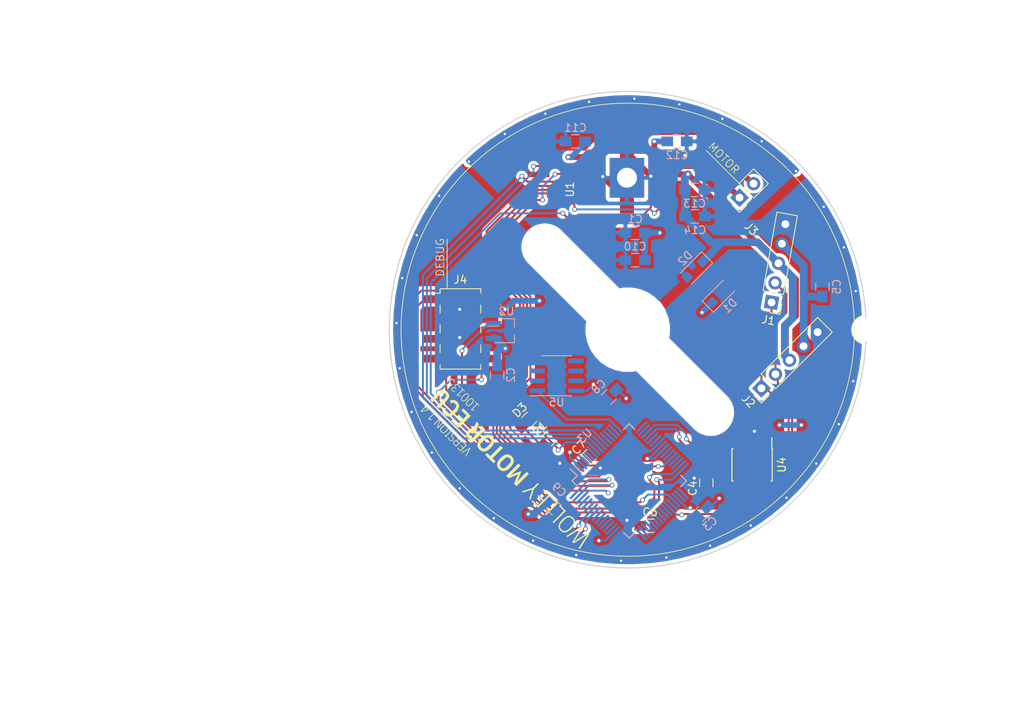
<source format=kicad_pcb>
(kicad_pcb (version 20171130) (host pcbnew "(5.1.9)-1")
  (title_block (title "Wolley Motor ECU") (date 2021-02-14) (rev 1.0) (company "Knekt Technologies AB"))
  (layers (0 F.Cu signal) (31 B.Cu signal) (34 B.Paste user) (35 F.Paste user) (36 B.SilkS user) (37 F.SilkS user) (38 B.Mask user) (39 F.Mask user) (44 Edge.Cuts user))
  (net 0 "")
  (net 1 GND)
  (net 2 +5V)
  (net 3 SWCLK)
  (net 4 SWD)
  (net 5 PC_TXD)
  (net 6 PC_RXD)
  (net 7 SPEED_SENSOR_OUTPUT)
  (net 8 "Net-(U3-Pad3)")
  (net 9 "Net-(U3-Pad4)")
  (net 10 "Net-(U3-Pad5)")
  (net 11 "Net-(U3-Pad6)")
  (net 12 "Net-(U3-Pad7)")
  (net 13 "Net-(U3-Pad12)")
  (net 14 "Net-(U3-Pad13)")
  (net 15 "Net-(U3-Pad14)")
  (net 16 "Net-(U3-Pad15)")
  (net 17 "Net-(U3-Pad17)")
  (net 18 CAN_TxD)
  (net 19 CAN_RxD)
  (net 20 "Net-(U3-Pad21)")
  (net 21 "Net-(U3-Pad22)")
  (net 22 "Net-(U3-Pad26)")
  (net 23 "Net-(U3-Pad27)")
  (net 24 "Net-(U3-Pad29)")
  (net 25 "Net-(U3-Pad30)")
  (net 26 "Net-(U3-Pad33)")
  (net 27 "Net-(U3-Pad34)")
  (net 28 "Net-(U3-Pad37)")
  (net 29 CAN_STANDBY)
  (net 30 "Net-(U3-Pad39)")
  (net 31 "Net-(U3-Pad40)")
  (net 32 "Net-(U3-Pad41)")
  (net 33 "Net-(U3-Pad42)")
  (net 34 "Net-(U3-Pad43)")
  (net 35 "Net-(U3-Pad44)")
  (net 36 "Net-(U3-Pad45)")
  (net 37 "Net-(U3-Pad46)")
  (net 38 "Net-(U3-Pad47)")
  (net 39 "Net-(U3-Pad48)")
  (net 40 "Net-(U3-Pad51)")
  (net 41 "Net-(U3-Pad52)")
  (net 42 "Net-(U3-Pad53)")
  (net 43 "Net-(U3-Pad54)")
  (net 44 "Net-(U3-Pad55)")
  (net 45 "Net-(U3-Pad56)")
  (net 46 "Net-(U3-Pad59)")
  (net 47 "Net-(U3-Pad60)")
  (net 48 "Net-(U3-Pad61)")
  (net 49 CAN-)
  (net 50 CAN+)
  (net 51 "Net-(U3-Pad18)")
  (net 52 MOTOR_OUT1)
  (net 53 MOTOR_OUT2)
  (net 54 MOTOR_DISABLE)
  (net 55 MOTOR_PWM)
  (net 56 MOTOR_DIRECTION)
  (net 57 MOTOR_DRIVER_SS)
  (net 58 SCLK)
  (net 59 MOSI)
  (net 60 MISO)
  (net 61 +BATT)
  (net 62 "Net-(D3-Pad2)")
  (net 63 STATUS_LED)
  (net 64 TEMP_SENSOR_OUTPUT)
  (net 65 "Net-(U5-Pad2)")
  (net 66 "Net-(U5-Pad3)")
  (net 67 "Net-(U5-Pad5)")
  (net 68 "Net-(U5-Pad6)")
  (net 69 "Net-(U5-Pad7)")
  (module WheelECU:Text_Wolley_DC_Motor_ECU_SilkScreen (layer F.Cu) (at 116.81 116.23 135)
    (fp_text reference G*** hide)
    (fp_text value LOGO hide)
  )
  (module Connector_PinHeader_2.54mm:PinHeader_1x05_P2.54mm_Vertical (layer F.Cu) (at 148.9 105.9 135)
    (fp_text reference J2 (at 0 -2.33 135) (layer F.SilkS))
    (fp_text value Conn_01x05)
    (pad 1 thru_hole rect (at 0 0 135) (size 1.7 1.7) (drill 1) (layers *.Cu *.Mask) (net 49 CAN-))
    (pad 2 thru_hole oval (at 0 2.54 135) (size 1.7 1.7) (drill 1) (layers *.Cu *.Mask) (net 50 CAN+))
    (pad 3 thru_hole oval (at 0 5.08 135) (size 1.7 1.7) (drill 1) (layers *.Cu *.Mask) (net 61 +BATT))
    (pad 4 thru_hole oval (at 0 7.62 135) (size 1.7 1.7) (drill 1) (layers *.Cu *.Mask) (net 2 +5V))
    (pad 5 thru_hole oval (at 0 10.16 135) (size 1.7 1.7) (drill 1) (layers *.Cu *.Mask) (net 1 GND))
  )
  (module WheelECU:Mount_Hole_M3x6.5 (layer F.Cu) (at 125.275 91.875 135)
    (fp_text reference M** hide)
    (fp_text value Motor_Mount_Hole hide)
    (pad "" np_thru_hole oval (at 0 0 135) (size 14.75 3.2) (drill oval 14.75 3.2) (layers *.Cu *.Mask) (clearance 1.4))
  )
  (module WheelECU:Mount_Hole_M3x6.5 (layer F.Cu) (at 138.325 104.925 135)
    (fp_text reference M** hide)
    (fp_text value Motor_Mount_Hole hide)
    (pad "" np_thru_hole oval (at 0 0 135) (size 14.75 3.2) (drill oval 14.75 3.2) (layers *.Cu *.Mask) (clearance 1.4))
  )
  (module WheelECU:Key_Hole_3mm (layer F.Cu) (at 162.3 98.4)
    (fp_text reference REF** hide)
    (fp_text value Key_Hole_3mm)
    (pad "" np_thru_hole circle (at 0 0) (size 3 3) (drill 3) (layers *.Cu *.Mask))
  )
  (module WheelECU:Motor_Center_Hole (layer F.Cu) (at 131.8 98.4)
    (fp_text reference M** hide)
    (fp_text value Motor_Center_Hole hide)
    (pad "" np_thru_hole circle (at 0 0) (size 10 10) (drill 10) (layers *.Cu *.Mask) (clearance 0.01))
  )
  (module WheelECU:Pin_Header_Straight_2x04_Pitch2.54mm_SMD (layer F.Cu) (at 110.4 98.3)
    (fp_text reference J4 (at 0 -6.3) (layer F.SilkS))
    (fp_text value Debug)
    (pad 8 smd rect (at 3.025 3.81) (size 3.65 1) (layers F.Cu F.Paste F.Mask) (net 6 PC_RXD))
    (pad 7 smd rect (at -3.025 3.81) (size 3.65 1) (layers F.Cu F.Paste F.Mask) (net 5 PC_TXD))
    (pad 6 smd rect (at 3.025 1.27) (size 3.65 1) (layers F.Cu F.Paste F.Mask) (net 2 +5V))
    (pad 5 smd rect (at -3.025 1.27) (size 3.65 1) (layers F.Cu F.Paste F.Mask) (net 1 GND))
    (pad 4 smd rect (at 3.025 -1.27) (size 3.65 1) (layers F.Cu F.Paste F.Mask) (net 1 GND))
    (pad 3 smd rect (at -3.025 -1.27) (size 3.65 1) (layers F.Cu F.Paste F.Mask) (net 2 +5V))
    (pad 2 smd rect (at 3.025 -3.81) (size 3.65 1) (layers F.Cu F.Paste F.Mask) (net 4 SWD))
    (pad 1 smd rect (at -3.025 -3.81) (size 3.65 1) (layers F.Cu F.Paste F.Mask) (net 3 SWCLK))
  )
  (module WheelECU:TQFP-64_10x10mm_Pitch0.5mm_Handsoldering (layer B.Cu) (at 131.989161 117.764035 315)
    (fp_text reference U3 (at -8.098633 -0.052944 225) (layer B.SilkS) (effects (justify mirror)))
    (fp_text value XMC1404_F064)
    (pad 49 smd rect (at 3.75 5.95 225) (size 2 0.3) (layers B.Cu B.Paste B.Mask) (net 1 GND))
    (pad 33 smd rect (at 5.95 -3.75 315) (size 2 0.3) (layers B.Cu B.Paste B.Mask) (net 26 "Net-(U3-Pad33)"))
    (pad 17 smd rect (at -3.75 -5.95 225) (size 2 0.3) (layers B.Cu B.Paste B.Mask) (net 17 "Net-(U3-Pad17)"))
    (pad 1 smd rect (at -5.95 3.75 315) (size 2 0.3) (layers B.Cu B.Paste B.Mask) (net 1 GND))
    (pad 2 smd rect (at -5.95 3.25 315) (size 2 0.3) (layers B.Cu B.Paste B.Mask) (net 2 +5V))
    (pad 3 smd rect (at -5.95 2.75 315) (size 2 0.3) (layers B.Cu B.Paste B.Mask) (net 8 "Net-(U3-Pad3)"))
    (pad 4 smd rect (at -5.95 2.25 315) (size 2 0.3) (layers B.Cu B.Paste B.Mask) (net 9 "Net-(U3-Pad4)"))
    (pad 5 smd rect (at -5.95 1.75 315) (size 2 0.3) (layers B.Cu B.Paste B.Mask) (net 10 "Net-(U3-Pad5)"))
    (pad 6 smd rect (at -5.95 1.25 315) (size 2 0.3) (layers B.Cu B.Paste B.Mask) (net 11 "Net-(U3-Pad6)"))
    (pad 7 smd rect (at -5.95 0.75 315) (size 2 0.3) (layers B.Cu B.Paste B.Mask) (net 12 "Net-(U3-Pad7)"))
    (pad 8 smd rect (at -5.95 0.25 315) (size 2 0.3) (layers B.Cu B.Paste B.Mask) (net 63 STATUS_LED))
    (pad 9 smd rect (at -5.95 -0.25 315) (size 2 0.3) (layers B.Cu B.Paste B.Mask) (net 58 SCLK))
    (pad 10 smd rect (at -5.95 -0.75 315) (size 2 0.3) (layers B.Cu B.Paste B.Mask) (net 59 MOSI))
    (pad 11 smd rect (at -5.95 -1.25 315) (size 2 0.3) (layers B.Cu B.Paste B.Mask) (net 60 MISO))
    (pad 12 smd rect (at -5.95 -1.75 315) (size 2 0.3) (layers B.Cu B.Paste B.Mask) (net 13 "Net-(U3-Pad12)"))
    (pad 13 smd rect (at -5.95 -2.25 315) (size 2 0.3) (layers B.Cu B.Paste B.Mask) (net 14 "Net-(U3-Pad13)"))
    (pad 14 smd rect (at -5.95 -2.75 315) (size 2 0.3) (layers B.Cu B.Paste B.Mask) (net 15 "Net-(U3-Pad14)"))
    (pad 15 smd rect (at -5.95 -3.25 315) (size 2 0.3) (layers B.Cu B.Paste B.Mask) (net 16 "Net-(U3-Pad15)"))
    (pad 16 smd rect (at -5.95 -3.75 315) (size 2 0.3) (layers B.Cu B.Paste B.Mask) (net 64 TEMP_SENSOR_OUTPUT))
    (pad 18 smd rect (at -3.25 -5.95 225) (size 2 0.3) (layers B.Cu B.Paste B.Mask) (net 51 "Net-(U3-Pad18)"))
    (pad 19 smd rect (at -2.75 -5.95 225) (size 2 0.3) (layers B.Cu B.Paste B.Mask) (net 19 CAN_RxD))
    (pad 20 smd rect (at -2.25 -5.95 225) (size 2 0.3) (layers B.Cu B.Paste B.Mask) (net 18 CAN_TxD))
    (pad 21 smd rect (at -1.75 -5.95 225) (size 2 0.3) (layers B.Cu B.Paste B.Mask) (net 20 "Net-(U3-Pad21)"))
    (pad 22 smd rect (at -1.25 -5.95 225) (size 2 0.3) (layers B.Cu B.Paste B.Mask) (net 21 "Net-(U3-Pad22)"))
    (pad 23 smd rect (at -0.75 -5.95 225) (size 2 0.3) (layers B.Cu B.Paste B.Mask) (net 1 GND))
    (pad 24 smd rect (at -0.25 -5.95 225) (size 2 0.3) (layers B.Cu B.Paste B.Mask) (net 2 +5V))
    (pad 25 smd rect (at 0.25 -5.95 225) (size 2 0.3) (layers B.Cu B.Paste B.Mask) (net 2 +5V))
    (pad 26 smd rect (at 0.75 -5.95 225) (size 2 0.3) (layers B.Cu B.Paste B.Mask) (net 22 "Net-(U3-Pad26)"))
    (pad 27 smd rect (at 1.25 -5.95 225) (size 2 0.3) (layers B.Cu B.Paste B.Mask) (net 23 "Net-(U3-Pad27)"))
    (pad 28 smd rect (at 1.75 -5.95 225) (size 2 0.3) (layers B.Cu B.Paste B.Mask) (net 57 MOTOR_DRIVER_SS))
    (pad 29 smd rect (at 2.25 -5.95 225) (size 2 0.3) (layers B.Cu B.Paste B.Mask) (net 24 "Net-(U3-Pad29)"))
    (pad 30 smd rect (at 2.75 -5.95 225) (size 2 0.3) (layers B.Cu B.Paste B.Mask) (net 25 "Net-(U3-Pad30)"))
    (pad 31 smd rect (at 3.25 -5.95 225) (size 2 0.3) (layers B.Cu B.Paste B.Mask) (net 5 PC_TXD))
    (pad 32 smd rect (at 3.75 -5.95 225) (size 2 0.3) (layers B.Cu B.Paste B.Mask) (net 6 PC_RXD))
    (pad 50 smd rect (at 3.25 5.95 225) (size 2 0.3) (layers B.Cu B.Paste B.Mask) (net 2 +5V))
    (pad 51 smd rect (at 2.75 5.95 225) (size 2 0.3) (layers B.Cu B.Paste B.Mask) (net 40 "Net-(U3-Pad51)"))
    (pad 52 smd rect (at 2.25 5.95 225) (size 2 0.3) (layers B.Cu B.Paste B.Mask) (net 41 "Net-(U3-Pad52)"))
    (pad 53 smd rect (at 1.75 5.95 225) (size 2 0.3) (layers B.Cu B.Paste B.Mask) (net 42 "Net-(U3-Pad53)"))
    (pad 54 smd rect (at 1.25 5.95 225) (size 2 0.3) (layers B.Cu B.Paste B.Mask) (net 43 "Net-(U3-Pad54)"))
    (pad 55 smd rect (at 0.75 5.95 225) (size 2 0.3) (layers B.Cu B.Paste B.Mask) (net 44 "Net-(U3-Pad55)"))
    (pad 56 smd rect (at 0.25 5.95 225) (size 2 0.3) (layers B.Cu B.Paste B.Mask) (net 45 "Net-(U3-Pad56)"))
    (pad 57 smd rect (at -0.25 5.95 225) (size 2 0.3) (layers B.Cu B.Paste B.Mask) (net 4 SWD))
    (pad 58 smd rect (at -0.75 5.95 225) (size 2 0.3) (layers B.Cu B.Paste B.Mask) (net 3 SWCLK))
    (pad 59 smd rect (at -1.25 5.95 225) (size 2 0.3) (layers B.Cu B.Paste B.Mask) (net 46 "Net-(U3-Pad59)"))
    (pad 60 smd rect (at -1.75 5.95 225) (size 2 0.3) (layers B.Cu B.Paste B.Mask) (net 47 "Net-(U3-Pad60)"))
    (pad 61 smd rect (at -2.25 5.95 225) (size 2 0.3) (layers B.Cu B.Paste B.Mask) (net 48 "Net-(U3-Pad61)"))
    (pad 62 smd rect (at -2.75 5.95 225) (size 2 0.3) (layers B.Cu B.Paste B.Mask) (net 54 MOTOR_DISABLE))
    (pad 63 smd rect (at -3.25 5.95 225) (size 2 0.3) (layers B.Cu B.Paste B.Mask) (net 55 MOTOR_PWM))
    (pad 64 smd rect (at -3.75 5.95 225) (size 2 0.3) (layers B.Cu B.Paste B.Mask) (net 56 MOTOR_DIRECTION))
    (pad 34 smd rect (at 5.95 -3.25 315) (size 2 0.3) (layers B.Cu B.Paste B.Mask) (net 27 "Net-(U3-Pad34)"))
    (pad 35 smd rect (at 5.95 -2.75 315) (size 2 0.3) (layers B.Cu B.Paste B.Mask) (net 2 +5V))
    (pad 36 smd rect (at 5.95 -2.25 315) (size 2 0.3) (layers B.Cu B.Paste B.Mask) (net 7 SPEED_SENSOR_OUTPUT))
    (pad 37 smd rect (at 5.95 -1.75 315) (size 2 0.3) (layers B.Cu B.Paste B.Mask) (net 28 "Net-(U3-Pad37)"))
    (pad 38 smd rect (at 5.95 -1.25 315) (size 2 0.3) (layers B.Cu B.Paste B.Mask) (net 29 CAN_STANDBY))
    (pad 39 smd rect (at 5.95 -0.75 315) (size 2 0.3) (layers B.Cu B.Paste B.Mask) (net 30 "Net-(U3-Pad39)"))
    (pad 40 smd rect (at 5.95 -0.25 315) (size 2 0.3) (layers B.Cu B.Paste B.Mask) (net 31 "Net-(U3-Pad40)"))
    (pad 41 smd rect (at 5.95 0.25 315) (size 2 0.3) (layers B.Cu B.Paste B.Mask) (net 32 "Net-(U3-Pad41)"))
    (pad 42 smd rect (at 5.95 0.75 315) (size 2 0.3) (layers B.Cu B.Paste B.Mask) (net 33 "Net-(U3-Pad42)"))
    (pad 43 smd rect (at 5.95 1.25 315) (size 2 0.3) (layers B.Cu B.Paste B.Mask) (net 34 "Net-(U3-Pad43)"))
    (pad 44 smd rect (at 5.95 1.75 315) (size 2 0.3) (layers B.Cu B.Paste B.Mask) (net 35 "Net-(U3-Pad44)"))
    (pad 45 smd rect (at 5.95 2.25 315) (size 2 0.3) (layers B.Cu B.Paste B.Mask) (net 36 "Net-(U3-Pad45)"))
    (pad 46 smd rect (at 5.95 2.75 315) (size 2 0.3) (layers B.Cu B.Paste B.Mask) (net 37 "Net-(U3-Pad46)"))
    (pad 47 smd rect (at 5.95 3.25 315) (size 2 0.3) (layers B.Cu B.Paste B.Mask) (net 38 "Net-(U3-Pad47)"))
    (pad 48 smd rect (at 5.95 3.75 315) (size 2 0.3) (layers B.Cu B.Paste B.Mask) (net 39 "Net-(U3-Pad48)"))
  )
  (module Mount_Holes:Edge_Via (layer F.Cu) (at 155.92061 115.534941 348.75)
    (fp_text reference REF** hide)
    (fp_text value Edge_Via hide)
    (pad 1 thru_hole circle (at 0 0 348.75) (size 0.6 0.6) (drill 0.3) (layers *.Cu) (net 1 GND))
  )
  (module Mount_Holes:Edge_Via (layer F.Cu) (at 152.114278 119.911395 337.5)
    (fp_text reference REF** hide)
    (fp_text value Edge_Via hide)
    (pad 1 thru_hole circle (at 0 0 337.5) (size 0.6 0.6) (drill 0.3) (layers *.Cu) (net 1 GND))
  )
  (module Mount_Holes:Edge_Via (layer F.Cu) (at 147.52728 123.461179 326.25)
    (fp_text reference REF** hide)
    (fp_text value Edge_Via hide)
    (pad 1 thru_hole circle (at 0 0 326.25) (size 0.6 0.6) (drill 0.3) (layers *.Cu) (net 1 GND))
  )
  (module Mount_Holes:Edge_Via (layer F.Cu) (at 142.335891 126.047875 315)
    (fp_text reference REF** hide)
    (fp_text value Edge_Via hide)
    (pad 1 thru_hole circle (at 0 0 315) (size 0.6 0.6) (drill 0.3) (layers *.Cu) (net 1 GND))
  )
  (module Mount_Holes:Edge_Via (layer F.Cu) (at 136.739614 127.572079 303.75)
    (fp_text reference REF** hide)
    (fp_text value Edge_Via hide)
    (pad 1 thru_hole circle (at 0 0 303.75) (size 0.6 0.6) (drill 0.3) (layers *.Cu) (net 1 GND))
  )
  (module Mount_Holes:Edge_Via (layer F.Cu) (at 130.95351 127.975217 292.5)
    (fp_text reference REF** hide)
    (fp_text value Edge_Via hide)
    (pad 1 thru_hole circle (at 0 0 292.5) (size 0.6 0.6) (drill 0.3) (layers *.Cu) (net 1 GND))
  )
  (module Mount_Holes:Edge_Via (layer F.Cu) (at 125.199937 127.241795 281.25)
    (fp_text reference REF** hide)
    (fp_text value Edge_Via hide)
    (pad 1 thru_hole circle (at 0 0 281.25) (size 0.6 0.6) (drill 0.3) (layers *.Cu) (net 1 GND))
  )
  (module Mount_Holes:Edge_Via (layer F.Cu) (at 119.7 125.4 270)
    (fp_text reference REF** hide)
    (fp_text value Edge_Via hide)
    (pad 1 thru_hole circle (at 0 0 270) (size 0.6 0.6) (drill 0.3) (layers *.Cu) (net 1 GND))
  )
  (module Mount_Holes:Edge_Via (layer F.Cu) (at 114.665059 122.52061 258.75)
    (fp_text reference REF** hide)
    (fp_text value Edge_Via hide)
    (pad 1 thru_hole circle (at 0 0 258.75) (size 0.6 0.6) (drill 0.3) (layers *.Cu) (net 1 GND))
  )
  (module Mount_Holes:Edge_Via (layer F.Cu) (at 110.288605 118.714278 247.5)
    (fp_text reference REF** hide)
    (fp_text value Edge_Via hide)
    (pad 1 thru_hole circle (at 0 0 247.5) (size 0.6 0.6) (drill 0.3) (layers *.Cu) (net 1 GND))
  )
  (module Mount_Holes:Edge_Via (layer F.Cu) (at 106.738821 114.12728 236.25)
    (fp_text reference REF** hide)
    (fp_text value Edge_Via hide)
    (pad 1 thru_hole circle (at 0 0 236.25) (size 0.6 0.6) (drill 0.3) (layers *.Cu) (net 1 GND))
  )
  (module Mount_Holes:Edge_Via (layer F.Cu) (at 104.152125 108.935891 225)
    (fp_text reference REF** hide)
    (fp_text value Edge_Via hide)
    (pad 1 thru_hole circle (at 0 0 225) (size 0.6 0.6) (drill 0.3) (layers *.Cu) (net 1 GND))
  )
  (module Mount_Holes:Edge_Via (layer F.Cu) (at 102.627921 103.339614 213.75)
    (fp_text reference REF** hide)
    (fp_text value Edge_Via hide)
    (pad 1 thru_hole circle (at 0 0 213.75) (size 0.6 0.6) (drill 0.3) (layers *.Cu) (net 1 GND))
  )
  (module Mount_Holes:Edge_Via (layer F.Cu) (at 102.224783 97.55351 202.5)
    (fp_text reference REF** hide)
    (fp_text value Edge_Via hide)
    (pad 1 thru_hole circle (at 0 0 202.5) (size 0.6 0.6) (drill 0.3) (layers *.Cu) (net 1 GND))
  )
  (module Mount_Holes:Edge_Via (layer F.Cu) (at 102.958205 91.799937 191.25)
    (fp_text reference REF** hide)
    (fp_text value Edge_Via hide)
    (pad 1 thru_hole circle (at 0 0 191.25) (size 0.6 0.6) (drill 0.3) (layers *.Cu) (net 1 GND))
  )
  (module Mount_Holes:Edge_Via (layer F.Cu) (at 104.8 86.3 180)
    (fp_text reference REF** hide)
    (fp_text value Edge_Via hide)
    (pad 1 thru_hole circle (at 0 0 180) (size 0.6 0.6) (drill 0.3) (layers *.Cu) (net 1 GND))
  )
  (module Mount_Holes:Edge_Via (layer F.Cu) (at 107.67939 81.265059 168.75)
    (fp_text reference REF** hide)
    (fp_text value Edge_Via hide)
    (pad 1 thru_hole circle (at 0 0 168.75) (size 0.6 0.6) (drill 0.3) (layers *.Cu) (net 1 GND))
  )
  (module Mount_Holes:Edge_Via (layer F.Cu) (at 111.485722 76.888605 157.5)
    (fp_text reference REF** hide)
    (fp_text value Edge_Via hide)
    (pad 1 thru_hole circle (at 0 0 157.5) (size 0.6 0.6) (drill 0.3) (layers *.Cu) (net 1 GND))
  )
  (module Mount_Holes:Edge_Via (layer F.Cu) (at 116.07272 73.338821 146.25)
    (fp_text reference REF** hide)
    (fp_text value Edge_Via hide)
    (pad 1 thru_hole circle (at 0 0 146.25) (size 0.6 0.6) (drill 0.3) (layers *.Cu) (net 1 GND))
  )
  (module Mount_Holes:Edge_Via (layer F.Cu) (at 121.264109 70.752125 135)
    (fp_text reference REF** hide)
    (fp_text value Edge_Via hide)
    (pad 1 thru_hole circle (at 0 0 135) (size 0.6 0.6) (drill 0.3) (layers *.Cu) (net 1 GND))
  )
  (module Mount_Holes:Edge_Via (layer F.Cu) (at 126.860386 69.227921 123.75)
    (fp_text reference REF** hide)
    (fp_text value Edge_Via hide)
    (pad 1 thru_hole circle (at 0 0 123.75) (size 0.6 0.6) (drill 0.3) (layers *.Cu) (net 1 GND))
  )
  (module Mount_Holes:Edge_Via (layer F.Cu) (at 132.64649 68.824783 112.5)
    (fp_text reference REF** hide)
    (fp_text value Edge_Via hide)
    (pad 1 thru_hole circle (at 0 0 112.5) (size 0.6 0.6) (drill 0.3) (layers *.Cu) (net 1 GND))
  )
  (module Mount_Holes:Edge_Via (layer F.Cu) (at 138.400063 69.558205 101.25)
    (fp_text reference REF** hide)
    (fp_text value Edge_Via hide)
    (pad 1 thru_hole circle (at 0 0 101.25) (size 0.6 0.6) (drill 0.3) (layers *.Cu) (net 1 GND))
  )
  (module Mount_Holes:Edge_Via (layer F.Cu) (at 143.9 71.4 90)
    (fp_text reference REF** hide)
    (fp_text value Edge_Via hide)
    (pad 1 thru_hole circle (at 0 0 90) (size 0.6 0.6) (drill 0.3) (layers *.Cu) (net 1 GND))
  )
  (module Mount_Holes:Edge_Via (layer F.Cu) (at 148.934941 74.27939 78.75)
    (fp_text reference REF** hide)
    (fp_text value Edge_Via hide)
    (pad 1 thru_hole circle (at 0 0 78.75) (size 0.6 0.6) (drill 0.3) (layers *.Cu) (net 1 GND))
  )
  (module Mount_Holes:Edge_Via (layer F.Cu) (at 153.311395 78.085722 67.5)
    (fp_text reference REF** hide)
    (fp_text value Edge_Via hide)
    (pad 1 thru_hole circle (at 0 0 67.5) (size 0.6 0.6) (drill 0.3) (layers *.Cu) (net 1 GND))
  )
  (module Mount_Holes:Edge_Via (layer F.Cu) (at 156.861179 82.67272 56.25)
    (fp_text reference REF** hide)
    (fp_text value Edge_Via hide)
    (pad 1 thru_hole circle (at 0 0 56.25) (size 0.6 0.6) (drill 0.3) (layers *.Cu) (net 1 GND))
  )
  (module Mount_Holes:Edge_Via (layer F.Cu) (at 159.447875 87.864109 45)
    (fp_text reference REF** hide)
    (fp_text value Edge_Via hide)
    (pad 1 thru_hole circle (at 0 0 45) (size 0.6 0.6) (drill 0.3) (layers *.Cu) (net 1 GND))
  )
  (module Mount_Holes:Edge_Via (layer F.Cu) (at 160.972079 93.460386 33.75)
    (fp_text reference REF** hide)
    (fp_text value Edge_Via hide)
    (pad 1 thru_hole circle (at 0 0 33.75) (size 0.6 0.6) (drill 0.3) (layers *.Cu) (net 1 GND))
  )
  (module Mount_Holes:Edge_Via (layer F.Cu) (at 160.641795 105.000063 11.25)
    (fp_text reference REF** hide)
    (fp_text value Edge_Via hide)
    (pad 1 thru_hole circle (at 0 0 11.25) (size 0.6 0.6) (drill 0.3) (layers *.Cu) (net 1 GND))
  )
  (module Capacitors_SMD:C_0805_HandSoldering (layer B.Cu) (at 132.75 86)
    (fp_text reference C1 (at 0 -1.75) (layer B.SilkS) (effects (justify mirror)))
    (fp_text value 1uF)
    (pad 1 smd rect (at -1.25 0) (size 1.5 1.25) (layers B.Cu B.Paste B.Mask) (net 1 GND))
    (pad 2 smd rect (at 1.25 0) (size 1.5 1.25) (layers B.Cu B.Paste B.Mask) (net 2 +5V))
  )
  (module Capacitors_SMD:C_0805_HandSoldering (layer B.Cu) (at 115.1 104.2 90)
    (fp_text reference C2 (at 0 1.75 270) (layer B.SilkS) (effects (justify mirror)))
    (fp_text value 47nF)
    (pad 1 smd rect (at -1.25 0 90) (size 1.5 1.25) (layers B.Cu B.Paste B.Mask) (net 1 GND))
    (pad 2 smd rect (at 1.25 0 90) (size 1.5 1.25) (layers B.Cu B.Paste B.Mask) (net 2 +5V))
  )
  (module Capacitors_SMD:C_0805_HandSoldering (layer B.Cu) (at 141.1 122 45)
    (fp_text reference C3 (at 0 1.75 45) (layer B.SilkS) (effects (justify mirror)))
    (fp_text value 100nF)
    (pad 1 smd rect (at -1.25 0 45) (size 1.5 1.25) (layers B.Cu B.Paste B.Mask) (net 1 GND))
    (pad 2 smd rect (at 1.25 0 45) (size 1.5 1.25) (layers B.Cu B.Paste B.Mask) (net 2 +5V))
  )
  (module Capacitors_SMD:C_0805_HandSoldering (layer F.Cu) (at 141.85 118 270)
    (fp_text reference C4 (at 0.7 1.75 270) (layer F.SilkS))
    (fp_text value 100nF)
    (pad 1 smd rect (at -1.25 0 270) (size 1.5 1.25) (layers F.Cu F.Paste F.Mask) (net 1 GND))
    (pad 2 smd rect (at 1.25 0 270) (size 1.5 1.25) (layers F.Cu F.Paste F.Mask) (net 2 +5V))
  )
  (module Capacitors_SMD:C_0805_HandSoldering (layer B.Cu) (at 156.7 92.9 90)
    (fp_text reference C5 (at 0 1.838478 270) (layer B.SilkS) (effects (justify mirror)))
    (fp_text value 100nF)
    (pad 1 smd rect (at -1.25 0 90) (size 1.5 1.25) (layers B.Cu B.Paste B.Mask) (net 2 +5V))
    (pad 2 smd rect (at 1.25 0 90) (size 1.5 1.25) (layers B.Cu B.Paste B.Mask) (net 1 GND))
  )
  (module TO_SOT_Packages_SMD:TSOT-23_HandSoldering (layer B.Cu) (at 116.35 98.55)
    (fp_text reference U2 (at -0.05 -2.5) (layer B.SilkS) (effects (justify mirror)))
    (fp_text value TLE4964)
    (pad 1 smd rect (at -1.71 0.95) (size 2 0.65) (layers B.Cu B.Paste B.Mask) (net 2 +5V))
    (pad 2 smd rect (at -1.71 -0.95) (size 2 0.65) (layers B.Cu B.Paste B.Mask) (net 7 SPEED_SENSOR_OUTPUT))
    (pad 3 smd rect (at 1.71 0) (size 2 0.65) (layers B.Cu B.Paste B.Mask) (net 1 GND))
  )
  (module Housings_SOIC:SOIC-8_3.9x4.9mm_Pitch1.27mm (layer F.Cu) (at 147.7 115.7 270)
    (fp_text reference U4 (at 0 -3.8 270) (layer F.SilkS))
    (fp_text value TLE7251)
    (pad 1 smd rect (at -2.7 -1.905 270) (size 1.55 0.6) (layers F.Cu F.Paste F.Mask) (net 18 CAN_TxD))
    (pad 2 smd rect (at -2.7 -0.635 270) (size 1.55 0.6) (layers F.Cu F.Paste F.Mask) (net 1 GND))
    (pad 3 smd rect (at -2.7 0.635 270) (size 1.55 0.6) (layers F.Cu F.Paste F.Mask) (net 2 +5V))
    (pad 4 smd rect (at -2.7 1.905 270) (size 1.55 0.6) (layers F.Cu F.Paste F.Mask) (net 19 CAN_RxD))
    (pad 5 smd rect (at 2.7 1.905 270) (size 1.55 0.6) (layers F.Cu F.Paste F.Mask) (net 2 +5V))
    (pad 6 smd rect (at 2.7 0.635 270) (size 1.55 0.6) (layers F.Cu F.Paste F.Mask) (net 49 CAN-))
    (pad 7 smd rect (at 2.7 -0.635 270) (size 1.55 0.6) (layers F.Cu F.Paste F.Mask) (net 50 CAN+))
    (pad 8 smd rect (at 2.7 -1.905 270) (size 1.55 0.6) (layers F.Cu F.Paste F.Mask) (net 29 CAN_STANDBY))
  )
  (module Capacitors_SMD:C_0805_HandSoldering (layer F.Cu) (at 134.65 123.5)
    (fp_text reference C6 (at 0 -1.75) (layer F.SilkS))
    (fp_text value 220nF)
    (pad 1 smd rect (at -1.25 0) (size 1.5 1.25) (layers F.Cu F.Paste F.Mask) (net 1 GND))
    (pad 2 smd rect (at 1.25 0) (size 1.5 1.25) (layers F.Cu F.Paste F.Mask) (net 2 +5V))
  )
  (module Capacitors_SMD:C_0805_HandSoldering (layer F.Cu) (at 126.8 114.7 45)
    (fp_text reference C7 (at 0 -1.75 45) (layer F.SilkS))
    (fp_text value 100nF)
    (pad 1 smd rect (at -1.25 0 45) (size 1.5 1.25) (layers F.Cu F.Paste F.Mask) (net 1 GND))
    (pad 2 smd rect (at 1.25 0 45) (size 1.5 1.25) (layers F.Cu F.Paste F.Mask) (net 2 +5V))
  )
  (module Capacitors_SMD:C_0805_HandSoldering (layer B.Cu) (at 129.4 107 45)
    (fp_text reference C8 (at 0 -1.838478 45) (layer B.SilkS) (effects (justify mirror)))
    (fp_text value 100nF)
    (pad 1 smd rect (at -1.25 0 45) (size 1.5 1.25) (layers B.Cu B.Paste B.Mask) (net 1 GND))
    (pad 2 smd rect (at 1.25 0 45) (size 1.5 1.25) (layers B.Cu B.Paste B.Mask) (net 2 +5V))
  )
  (module Capacitors_SMD:C_0805_HandSoldering (layer B.Cu) (at 122.4 121.2 135)
    (fp_text reference C9 (at 1.202082 2.05061 135) (layer B.SilkS) (effects (justify mirror)))
    (fp_text value 100nF)
    (pad 1 smd rect (at -1.25 0 135) (size 1.5 1.25) (layers B.Cu B.Paste B.Mask) (net 1 GND))
    (pad 2 smd rect (at 1.25 0 135) (size 1.5 1.25) (layers B.Cu B.Paste B.Mask) (net 2 +5V))
  )
  (module Mount_Holes:Edge_Via (layer F.Cu) (at 158.8 110.5)
    (fp_text reference REF** hide)
    (fp_text value Edge_Via hide)
    (pad 1 thru_hole circle (at 0 0) (size 0.6 0.6) (drill 0.3) (layers *.Cu) (net 1 GND))
  )
  (module WheelECU:Logo_Wolley_Interconnect_SolderMask (layer F.Cu) (at 113.1 81.5)
    (fp_text reference G*** hide)
    (fp_text value LOGO hide)
  )
  (module Capacitors_SMD:C_0805_HandSoldering (layer B.Cu) (at 132.75 89.5)
    (fp_text reference C10 (at 0 -1.75 180) (layer B.SilkS) (effects (justify mirror)))
    (fp_text value 100uF)
    (pad 2 smd rect (at 1.25 0) (size 1.5 1.25) (layers B.Cu B.Paste B.Mask) (net 2 +5V))
    (pad 1 smd rect (at -1.25 0) (size 1.5 1.25) (layers B.Cu B.Paste B.Mask) (net 1 GND))
  )
  (module WheelECU:SOIC-12_HeatSlugs (layer F.Cu) (at 131.7 78.95 90)
    (fp_text reference U1 (at -1.5 -7.3 90) (layer F.SilkS))
    (fp_text value IFX9201SG)
    (pad 9 smd rect (at 0.5 -4.975 90) (size 0.65 1.35) (layers F.Cu F.Paste F.Mask) (net 57 MOTOR_DRIVER_SS))
    (pad 10 smd rect (at -0.5 -4.975 90) (size 0.65 1.35) (layers F.Cu F.Paste F.Mask) (net 58 SCLK))
    (pad 11 smd rect (at -1.5 -4.975 90) (size 0.65 1.35) (layers F.Cu F.Paste F.Mask) (net 54 MOTOR_DISABLE))
    (pad 12 smd rect (at -2.5 -4.975 90) (size 0.65 1.35) (layers F.Cu F.Paste F.Mask) (net 55 MOTOR_PWM))
    (pad 8 smd rect (at 1.5 -4.975 90) (size 0.65 1.35) (layers F.Cu F.Paste F.Mask) (net 59 MOSI))
    (pad 7 smd rect (at 2.5 -4.975 90) (size 0.65 1.35) (layers F.Cu F.Paste F.Mask) (net 53 MOTOR_OUT2))
    (pad 6 smd rect (at 2.5 4.975 90) (size 0.65 1.35) (layers F.Cu F.Paste F.Mask) (net 1 GND))
    (pad 5 smd rect (at 1.5 4.975 90) (size 0.65 1.35) (layers F.Cu F.Paste F.Mask) (net 52 MOTOR_OUT1))
    (pad 4 smd rect (at 0.5 4.975 90) (size 0.65 1.35) (layers F.Cu F.Paste F.Mask) (net 61 +BATT))
    (pad 3 smd rect (at -0.5 4.975 90) (size 0.65 1.35) (layers F.Cu F.Paste F.Mask) (net 60 MISO))
    (pad 2 smd rect (at -1.5 4.975 90) (size 0.65 1.35) (layers F.Cu F.Paste F.Mask) (net 2 +5V))
    (pad 1 smd rect (at -2.5 4.975 90) (size 0.65 1.35) (layers F.Cu F.Paste F.Mask) (net 56 MOTOR_DIRECTION))
    (pad 6 thru_hole rect (at 0 0 90) (size 5.1 4.4) (drill 2.55) (layers *.Cu *.Mask) (net 1 GND))
    (pad 6 smd rect (at 3.55 0 90) (size 2 1.8) (layers F.Cu F.Paste F.Mask) (net 1 GND))
    (pad 6 smd rect (at -3.55 0 90) (size 2 1.8) (layers F.Cu F.Paste F.Mask) (net 1 GND))
  )
  (module Diode_SMD:D_SOD-123F (layer B.Cu) (at 140.4 90.7 225)
    (fp_text reference D2 (at -0.127 1.905 45) (layer B.SilkS) (effects (justify mirror)))
    (fp_text value SMF36A)
    (pad 1 smd rect (at -1.4 0 225) (size 1.1 1.1) (layers B.Cu B.Paste B.Mask) (net 61 +BATT))
    (pad 2 smd rect (at 1.4 0 225) (size 1.1 1.1) (layers B.Cu B.Paste B.Mask) (net 1 GND))
  )
  (module WheelECU:C_0805_HandSoldering (layer B.Cu) (at 125.1 74.3 180)
    (fp_text reference C11 (at 0 1.75) (layer B.SilkS) (effects (justify mirror)))
    (fp_text value 30nF)
    (pad 2 smd rect (at 1.25 0 180) (size 1.5 1.25) (layers B.Cu B.Paste B.Mask) (net 1 GND))
    (pad 1 smd rect (at -1.25 0 180) (size 1.5 1.25) (layers B.Cu B.Paste B.Mask) (net 53 MOTOR_OUT2))
  )
  (module WheelECU:C_0805_HandSoldering (layer B.Cu) (at 138.1 74.3)
    (fp_text reference C12 (at 0 1.75) (layer B.SilkS) (effects (justify mirror)))
    (fp_text value 30nF)
    (pad 1 smd rect (at -1.25 0) (size 1.5 1.25) (layers B.Cu B.Paste B.Mask) (net 52 MOTOR_OUT1))
    (pad 2 smd rect (at 1.25 0) (size 1.5 1.25) (layers B.Cu B.Paste B.Mask) (net 1 GND))
  )
  (module WheelECU:C_0805_HandSoldering (layer B.Cu) (at 140.35 80.5)
    (fp_text reference C13 (at 0 1.75 180) (layer B.SilkS) (effects (justify mirror)))
    (fp_text value 100uF)
    (pad 1 smd rect (at -1.25 0) (size 1.5 1.25) (layers B.Cu B.Paste B.Mask) (net 61 +BATT))
    (pad 2 smd rect (at 1.25 0) (size 1.5 1.25) (layers B.Cu B.Paste B.Mask) (net 1 GND))
  )
  (module WheelECU:C_0805_HandSoldering (layer B.Cu) (at 140.4 83.9)
    (fp_text reference C14 (at 0 1.75 180) (layer B.SilkS) (effects (justify mirror)))
    (fp_text value 100nF)
    (pad 2 smd rect (at 1.25 0) (size 1.5 1.25) (layers B.Cu B.Paste B.Mask) (net 1 GND))
    (pad 1 smd rect (at -1.25 0) (size 1.5 1.25) (layers B.Cu B.Paste B.Mask) (net 61 +BATT))
  )
  (module Diode_SMD:D_SOD-123F (layer B.Cu) (at 143.6 93.9 45)
    (fp_text reference D1 (at -0.127 1.905 45) (layer B.SilkS) (effects (justify mirror)))
    (fp_text value SMF5.0A)
    (pad 1 smd rect (at -1.4 0 45) (size 1.1 1.1) (layers B.Cu B.Paste B.Mask) (net 2 +5V))
    (pad 2 smd rect (at 1.4 0 45) (size 1.1 1.1) (layers B.Cu B.Paste B.Mask) (net 1 GND))
  )
  (module Connector_PinHeader_2.54mm:PinHeader_1x02_P2.54mm_Vertical (layer F.Cu) (at 146.1 81.5 135)
    (fp_text reference J3 (at -3.889087 -1.767767 135) (layer F.SilkS))
    (fp_text value Conn_01x02)
    (pad 1 thru_hole rect (at 0 0 135) (size 1.7 1.7) (drill 1) (layers *.Cu *.Mask) (net 52 MOTOR_OUT1))
    (pad 2 thru_hole oval (at 0 2.54 135) (size 1.7 1.7) (drill 1) (layers *.Cu *.Mask) (net 53 MOTOR_OUT2))
  )
  (module WheelECU:C_0805_HandSoldering (layer F.Cu) (at 119.2 109.9 225)
    (fp_text reference D3 (at 0 1.697056 45) (layer F.SilkS))
    (fp_text value LED)
    (pad 2 smd rect (at 1.25 0 225) (size 1.5 1.25) (layers F.Cu F.Paste F.Mask) (net 62 "Net-(D3-Pad2)"))
    (pad 1 smd rect (at -1.25 0 225) (size 1.5 1.25) (layers F.Cu F.Paste F.Mask) (net 63 STATUS_LED))
  )
  (module WheelECU:C_0805_HandSoldering (layer F.Cu) (at 121.8 112.3 45)
    (fp_text reference R1 (at 0 -1.75 45) (layer F.SilkS))
    (fp_text value 1K2)
    (pad 1 smd rect (at -1.25 0 45) (size 1.5 1.25) (layers F.Cu F.Paste F.Mask) (net 62 "Net-(D3-Pad2)"))
    (pad 2 smd rect (at 1.25 0 45) (size 1.5 1.25) (layers F.Cu F.Paste F.Mask) (net 2 +5V))
  )
  (module Package_SO:SOIC-8_3.9x4.9mm_P1.27mm (layer B.Cu) (at 122.7 104.3)
    (fp_text reference U5 (at 0 3.4) (layer B.SilkS) (effects (justify mirror)))
    (fp_text value LM35-D)
    (pad 1 smd roundrect (at -2.475 1.905) (size 1.95 0.6) (layers B.Cu B.Paste B.Mask) (net 64 TEMP_SENSOR_OUTPUT))
    (pad 2 smd roundrect (at -2.475 0.635) (size 1.95 0.6) (layers B.Cu B.Paste B.Mask) (net 65 "Net-(U5-Pad2)"))
    (pad 3 smd roundrect (at -2.475 -0.635) (size 1.95 0.6) (layers B.Cu B.Paste B.Mask) (net 66 "Net-(U5-Pad3)"))
    (pad 4 smd roundrect (at -2.475 -1.905) (size 1.95 0.6) (layers B.Cu B.Paste B.Mask) (net 1 GND))
    (pad 5 smd roundrect (at 2.475 -1.905) (size 1.95 0.6) (layers B.Cu B.Paste B.Mask) (net 67 "Net-(U5-Pad5)"))
    (pad 6 smd roundrect (at 2.475 -0.635) (size 1.95 0.6) (layers B.Cu B.Paste B.Mask) (net 68 "Net-(U5-Pad6)"))
    (pad 7 smd roundrect (at 2.475 0.635) (size 1.95 0.6) (layers B.Cu B.Paste B.Mask) (net 69 "Net-(U5-Pad7)"))
    (pad 8 smd roundrect (at 2.475 1.905) (size 1.95 0.6) (layers B.Cu B.Paste B.Mask) (net 2 +5V))
  )
  (module Connector_PinHeader_2.54mm:PinHeader_1x05_P2.54mm_Vertical (layer F.Cu) (at 150.2 94.9 170)
    (fp_text reference J1 (at 0 -2.33 170) (layer F.SilkS))
    (fp_text value Conn_01x05)
    (pad 5 thru_hole oval (at 0 10.16 170) (size 1.7 1.7) (drill 1) (layers *.Cu *.Mask) (net 1 GND))
    (pad 4 thru_hole oval (at 0 7.62 170) (size 1.7 1.7) (drill 1) (layers *.Cu *.Mask) (net 2 +5V))
    (pad 3 thru_hole oval (at 0 5.08 170) (size 1.7 1.7) (drill 1) (layers *.Cu *.Mask) (net 61 +BATT))
    (pad 2 thru_hole oval (at 0 2.54 170) (size 1.7 1.7) (drill 1) (layers *.Cu *.Mask) (net 50 CAN+))
    (pad 1 thru_hole rect (at 0 0 170) (size 1.7 1.7) (drill 1) (layers *.Cu *.Mask) (net 49 CAN-))
  )
  (gr_line (start 146.1 79.725) (end 141.825 75.45) (layer F.SilkS) (width 0.1))
  (gr_circle (center 131.8 98.4) (end 160.8 98.4) (layer F.SilkS) (width 0.1))
  (gr_line (start 108.7 86.8) (end 108.7 93.1) (layer F.SilkS) (width 0.1))
  (gr_text DEBUG (at 107.8 86.6 90) (layer F.SilkS) (effects (font (size 1 1) (thickness 0.1)) (justify right)))
  (gr_text MOTOR (at 142.275 74.625 315) (layer F.SilkS) (effects (font (size 1 1) (thickness 0.1)) (justify left)))
  (gr_circle (center 131.8 98.4) (end 162.3 98.5) (layer Edge.Cuts) (width 0.15))
  (segment (start 127.983883 115.783883) (end 126.216117 115.783883) (width 0.25) (layer F.Cu) (net 1))
  (segment (start 148.335 113) (end 148.335 111.735) (width 0.5) (layer F.Cu) (net 1))
  (segment (start 148.335 111.735) (end 148 111.4) (width 0.5) (layer F.Cu) (net 1))
  (via (at 148 111.4) (size 0.6) (drill 0.4) (layers F.Cu B.Cu) (net 1))
  (via (at 128.3 116.1) (size 0.6) (drill 0.4) (layers F.Cu B.Cu) (net 1))
  (segment (start 127.983883 115.783883) (end 128.3 116.1) (width 0.25) (layer F.Cu) (net 1))
  (segment (start 133.4 123.5) (end 132.4 123.5) (width 0.25) (layer F.Cu) (net 1))
  (via (at 131.7 122.8) (size 0.6) (drill 0.4) (layers F.Cu B.Cu) (net 1))
  (segment (start 132.4 123.5) (end 131.7 122.8) (width 0.25) (layer F.Cu) (net 1))
  (segment (start 130.2 125.256497) (end 130.2 125.8) (width 0.25) (layer B.Cu) (net 1))
  (segment (start 130 125.056497) (end 130.2 125.256497) (width 0.25) (layer B.Cu) (net 1))
  (segment (start 130.610303 124.446194) (end 130 125.056497) (width 0.25) (layer B.Cu) (net 1))
  (segment (start 135.48934 113.203196) (end 136.392536 112.3) (width 0.25) (layer B.Cu) (net 1))
  (segment (start 134.792536 113.9) (end 134.1 113.9) (width 0.25) (layer B.Cu) (net 1))
  (segment (start 135.48934 113.203196) (end 134.792536 113.9) (width 0.25) (layer B.Cu) (net 1))
  (segment (start 141.85 116.75) (end 140.95 116.75) (width 1) (layer F.Cu) (net 1))
  (segment (start 140.95 116.75) (end 140.3 117.4) (width 1) (layer F.Cu) (net 1))
  (via (at 140.3 117.4) (size 0.6) (drill 0.4) (layers F.Cu B.Cu) (net 1))
  (segment (start 140.216117 122.883883) (end 136.9 126.2) (width 0.25) (layer B.Cu) (net 1))
  (segment (start 136.9 126.2) (end 132.364109 126.2) (width 0.25) (layer B.Cu) (net 1))
  (segment (start 132.364109 126.2) (end 130.787079 124.62297) (width 0.25) (layer B.Cu) (net 1))
  (segment (start 130.787079 124.62297) (end 130.610303 124.446194) (width 0.25) (layer B.Cu) (net 1))
  (via (at 110.3 95.8) (size 0.6) (drill 0.4) (layers F.Cu B.Cu) (net 1))
  (segment (start 113.625 97.03) (end 112.395 95.8) (width 0.25) (layer F.Cu) (net 1))
  (segment (start 110.724264 95.8) (end 110.3 95.8) (width 0.25) (layer F.Cu) (net 1))
  (segment (start 112.395 95.8) (end 110.724264 95.8) (width 0.25) (layer F.Cu) (net 1))
  (segment (start 108.575 99.57) (end 108.745 99.4) (width 0.25) (layer F.Cu) (net 1))
  (via (at 110.3 99.4) (size 0.6) (drill 0.4) (layers F.Cu B.Cu) (net 1))
  (segment (start 108.745 99.4) (end 109.875736 99.4) (width 0.25) (layer F.Cu) (net 1))
  (segment (start 109.875736 99.4) (end 110.3 99.4) (width 0.25) (layer F.Cu) (net 1))
  (segment (start 131.7 75.4) (end 131.7 78.95) (width 0.75) (layer F.Cu) (net 1))
  (segment (start 131.7 82.5) (end 131.7 78.95) (width 0.75) (layer F.Cu) (net 1))
  (via (at 123.1 115.5) (size 0.6) (drill 0.4) (layers F.Cu B.Cu) (net 1))
  (segment (start 123.985177 116.385177) (end 123.399999 115.799999) (width 0.25) (layer B.Cu) (net 1))
  (segment (start 123.399999 115.799999) (end 123.1 115.5) (width 0.25) (layer B.Cu) (net 1))
  (segment (start 125.307002 116.385177) (end 123.985177 116.385177) (width 0.25) (layer B.Cu) (net 1))
  (via (at 134.75 78.75) (size 0.6) (drill 0.4) (layers F.Cu B.Cu) (net 1))
  (segment (start 131.7 75.7) (end 134.75 78.75) (width 0.75) (layer F.Cu) (net 1))
  (segment (start 131.7 75.4) (end 131.7 75.7) (width 0.75) (layer F.Cu) (net 1))
  (segment (start 135.666116 113.02642) (end 135.67358 113.02642) (width 0.25) (layer B.Cu) (net 1))
  (segment (start 135.666116 113.02642) (end 136.692536 112) (width 0.25) (layer B.Cu) (net 1))
  (segment (start 136.692536 112) (end 136.8 112) (width 0.25) (layer B.Cu) (net 1))
  (segment (start 138.75 76.45) (end 139.1 76.1) (width 0.75) (layer F.Cu) (net 1))
  (segment (start 136.675 76.45) (end 138.75 76.45) (width 0.75) (layer F.Cu) (net 1))
  (via (at 139.1 76.1) (size 0.6) (drill 0.4) (layers F.Cu B.Cu) (net 1))
  (segment (start 131.7 82.5) (end 131.7 82) (width 0.5) (layer F.Cu) (net 1))
  (via (at 128.6 78.8) (size 0.6) (drill 0.4) (layers F.Cu B.Cu) (net 1))
  (segment (start 131.7 81.9) (end 128.6 78.8) (width 0.75) (layer F.Cu) (net 1))
  (segment (start 131.7 82.5) (end 131.7 81.9) (width 0.75) (layer F.Cu) (net 1))
  (segment (start 151.2 110.6) (end 154 110.6) (width 0.75) (layer B.Cu) (net 2))
  (via (at 154 110.6) (size 0.6) (drill 0.4) (layers F.Cu B.Cu) (net 2))
  (via (at 151.2 110.6) (size 0.6) (drill 0.4) (layers F.Cu B.Cu) (net 2))
  (segment (start 119.524264 122) (end 119.1 122) (width 1) (layer B.Cu) (net 2))
  (segment (start 119.832234 122) (end 119.524264 122) (width 1) (layer B.Cu) (net 2))
  (segment (start 121.516117 120.316117) (end 119.832234 122) (width 1) (layer B.Cu) (net 2))
  (via (at 119.1 122) (size 0.6) (drill 0.4) (layers F.Cu B.Cu) (net 2))
  (segment (start 141.983883 121.116117) (end 142.383883 121.116117) (width 0.25) (layer B.Cu) (net 2))
  (segment (start 142.383883 121.116117) (end 143.5 120) (width 0.25) (layer B.Cu) (net 2))
  (via (at 143.5 120) (size 0.6) (drill 0.4) (layers F.Cu B.Cu) (net 2))
  (segment (start 124.4 114.1) (end 124.4 114.771068) (width 0.25) (layer B.Cu) (net 2))
  (segment (start 124.4 114.771068) (end 125.660555 116.031623) (width 0.25) (layer B.Cu) (net 2))
  (segment (start 125.1 113.4) (end 124.4 114.1) (width 0.25) (layer F.Cu) (net 2))
  (via (at 124.4 114.1) (size 0.6) (drill 0.4) (layers F.Cu B.Cu) (net 2))
  (segment (start 134.724264 114.9) (end 134.3 114.9) (width 0.25) (layer B.Cu) (net 2))
  (segment (start 135.206749 114.9) (end 134.724264 114.9) (width 0.25) (layer B.Cu) (net 2))
  (segment (start 136.196446 113.910303) (end 135.206749 114.9) (width 0.25) (layer B.Cu) (net 2))
  (segment (start 135.842893 113.55675) (end 134.499643 114.9) (width 0.25) (layer B.Cu) (net 2))
  (segment (start 134.499643 114.9) (end 134.3 114.9) (width 0.25) (layer B.Cu) (net 2))
  (via (at 134.3 114.9) (size 0.6) (drill 0.4) (layers F.Cu B.Cu) (net 2))
  (segment (start 115.1 102.85) (end 115.1 101.225) (width 1) (layer B.Cu) (net 2))
  (segment (start 115.1 101.225) (end 115.525 100.8) (width 1) (layer B.Cu) (net 2))
  (segment (start 115.525 100.8) (end 116.1 100.8) (width 1) (layer B.Cu) (net 2))
  (segment (start 114.8 99.5) (end 116.1 100.8) (width 1) (layer B.Cu) (net 2))
  (segment (start 114.64 99.5) (end 114.8 99.5) (width 1) (layer B.Cu) (net 2))
  (via (at 116.1 95.800012) (size 0.6) (drill 0.4) (layers F.Cu B.Cu) (net 2))
  (segment (start 116.1 100.8) (end 116.124979 100.8) (width 1) (layer B.Cu) (net 2))
  (segment (start 116.1 95.800012) (end 116.1 100.775021) (width 0.25) (layer F.Cu) (net 2))
  (via (at 116.124979 100.8) (size 0.6) (drill 0.4) (layers F.Cu B.Cu) (net 2))
  (segment (start 116.1 100.775021) (end 116.124979 100.8) (width 0.25) (layer F.Cu) (net 2))
  (via (at 120.5 94.7) (size 0.6) (drill 0.4) (layers F.Cu B.Cu) (net 2))
  (segment (start 120.075736 94.7) (end 120.5 94.7) (width 0.25) (layer B.Cu) (net 2))
  (via (at 128.1 125.4) (size 0.6) (drill 0.4) (layers F.Cu B.Cu) (net 2))
  (segment (start 130.256749 124.092641) (end 128.94939 125.4) (width 0.25) (layer B.Cu) (net 2))
  (segment (start 128.524264 125.4) (end 128.1 125.4) (width 0.25) (layer B.Cu) (net 2))
  (segment (start 128.94939 125.4) (end 128.524264 125.4) (width 0.25) (layer B.Cu) (net 2))
  (via (at 139.8 121.2) (size 0.6) (drill 0.4) (layers F.Cu B.Cu) (net 2))
  (segment (start 137.964213 119.85) (end 139.314213 121.2) (width 0.25) (layer B.Cu) (net 2))
  (segment (start 139.375736 121.2) (end 139.8 121.2) (width 0.25) (layer B.Cu) (net 2))
  (segment (start 139.314213 121.2) (end 139.375736 121.2) (width 0.25) (layer B.Cu) (net 2))
  (segment (start 117.200012 94.7) (end 116.1 95.800012) (width 0.75) (layer B.Cu) (net 2))
  (segment (start 120.5 94.7) (end 117.200012 94.7) (width 0.75) (layer B.Cu) (net 2))
  (segment (start 134 89.5) (end 134 86) (width 0.75) (layer B.Cu) (net 2))
  (segment (start 127.4 113.4) (end 125.1 113.4) (width 0.25) (layer F.Cu) (net 2))
  (segment (start 127.471231 113.503465) (end 127.471231 113.471231) (width 0.25) (layer F.Cu) (net 2))
  (segment (start 127.471231 113.471231) (end 127.4 113.4) (width 0.25) (layer F.Cu) (net 2))
  (segment (start 127.983883 114.016117) (end 127.471231 113.503465) (width 0.25) (layer F.Cu) (net 2))
  (via (at 127.4 105.4) (size 0.6) (drill 0.4) (layers F.Cu B.Cu) (net 2))
  (segment (start 126.595 106.205) (end 127.4 105.4) (width 0.25) (layer B.Cu) (net 2))
  (segment (start 125.175 106.205) (end 126.595 106.205) (width 0.25) (layer B.Cu) (net 2))
  (via (at 131.6 107.2) (size 0.6) (drill 0.4) (layers F.Cu B.Cu) (net 2))
  (segment (start 130.516117 106.116117) (end 131.6 107.2) (width 0.25) (layer B.Cu) (net 2))
  (segment (start 130.283883 106.116117) (end 130.516117 106.116117) (width 0.25) (layer B.Cu) (net 2))
  (via (at 135.900002 86) (size 0.6) (drill 0.4) (layers F.Cu B.Cu) (net 2))
  (segment (start 134 86) (end 135.900002 86) (width 0.75) (layer B.Cu) (net 2))
  (segment (start 154.3 100.5) (end 154.288154 100.511846) (width 1) (layer B.Cu) (net 2))
  (segment (start 151.523199 87.395765) (end 154.3 90.172566) (width 1) (layer B.Cu) (net 2))
  (segment (start 154.45 94.15) (end 154.3 94.3) (width 1) (layer B.Cu) (net 2))
  (segment (start 156.7 94.15) (end 154.45 94.15) (width 1) (layer B.Cu) (net 2))
  (segment (start 154.3 94.3) (end 154.3 100.5) (width 1) (layer B.Cu) (net 2))
  (segment (start 154.3 90.172566) (end 154.3 94.3) (width 1) (layer B.Cu) (net 2))
  (via (at 141.3 96.2) (size 0.6) (drill 0.4) (layers F.Cu B.Cu) (net 2))
  (segment (start 142.610051 94.889949) (end 141.3 96.2) (width 0.75) (layer B.Cu) (net 2))
  (segment (start 125.55 123.5) (end 125.7 123.35) (width 0.25) (layer B.Cu) (net 3))
  (segment (start 125.7 123.35) (end 125.7 122.992536) (width 0.25) (layer B.Cu) (net 3))
  (segment (start 125.7 122.992536) (end 126.827282 121.865254) (width 0.25) (layer B.Cu) (net 3))
  (segment (start 126.827282 121.865254) (end 127.428322 121.264214) (width 0.25) (layer B.Cu) (net 3))
  (via (at 125.55 123.5) (size 0.6) (drill 0.4) (layers F.Cu B.Cu) (net 3))
  (segment (start 125.15 123.9) (end 125.55 123.5) (width 0.25) (layer F.Cu) (net 3))
  (segment (start 123.2 123.9) (end 125.15 123.9) (width 0.25) (layer F.Cu) (net 3))
  (segment (start 104.7 105.4) (end 123.2 123.9) (width 0.25) (layer F.Cu) (net 3))
  (segment (start 104.7 95.6) (end 104.7 105.4) (width 0.25) (layer F.Cu) (net 3))
  (segment (start 108.575 94.49) (end 105.81 94.49) (width 0.25) (layer F.Cu) (net 3))
  (segment (start 105.81 94.49) (end 104.7 95.6) (width 0.25) (layer F.Cu) (net 3))
  (segment (start 126.4 123.9) (end 126.4 122.964304) (width 0.25) (layer B.Cu) (net 4))
  (segment (start 126.4 122.964304) (end 127.482152 121.882152) (width 0.25) (layer B.Cu) (net 4))
  (via (at 126.4 123.9) (size 0.6) (drill 0.4) (layers F.Cu B.Cu) (net 4))
  (segment (start 112.05 94.49) (end 114.125 94.49) (width 0.25) (layer F.Cu) (net 4))
  (segment (start 110.96 93.4) (end 112.05 94.49) (width 0.25) (layer F.Cu) (net 4))
  (segment (start 125.9 124.4) (end 123 124.4) (width 0.25) (layer F.Cu) (net 4))
  (segment (start 126.4 123.9) (end 125.9 124.4) (width 0.25) (layer F.Cu) (net 4))
  (segment (start 104.2 105.6) (end 104.2 94.6) (width 0.25) (layer F.Cu) (net 4))
  (segment (start 104.2 94.6) (end 105.4 93.4) (width 0.25) (layer F.Cu) (net 4))
  (segment (start 123 124.4) (end 104.2 105.6) (width 0.25) (layer F.Cu) (net 4))
  (segment (start 105.4 93.4) (end 110.96 93.4) (width 0.25) (layer F.Cu) (net 4))
  (segment (start 108.575 102.11) (end 108.575 107.875) (width 0.25) (layer F.Cu) (net 5))
  (segment (start 108.575 107.875) (end 122 121.3) (width 0.25) (layer F.Cu) (net 5))
  (segment (start 135.199999 118.324269) (end 134.6 117.72427) (width 0.25) (layer F.Cu) (net 5))
  (segment (start 122 121.3) (end 133.8 121.3) (width 0.25) (layer F.Cu) (net 5))
  (segment (start 133.8 121.3) (end 135.199999 119.900001) (width 0.25) (layer F.Cu) (net 5))
  (segment (start 134.6 117.72427) (end 134.6 117.300006) (width 0.25) (layer F.Cu) (net 5))
  (segment (start 135.199999 119.900001) (end 135.199999 118.324269) (width 0.25) (layer F.Cu) (net 5))
  (segment (start 137.474391 116.874999) (end 135.025007 116.874999) (width 0.25) (layer B.Cu) (net 5))
  (segment (start 138.317767 116.031623) (end 137.474391 116.874999) (width 0.25) (layer B.Cu) (net 5))
  (segment (start 135.025007 116.874999) (end 134.899999 117.000007) (width 0.25) (layer B.Cu) (net 5))
  (segment (start 134.899999 117.000007) (end 134.6 117.300006) (width 0.25) (layer B.Cu) (net 5))
  (via (at 134.6 117.300006) (size 0.6) (drill 0.4) (layers F.Cu B.Cu) (net 5))
  (segment (start 135.5 117.600004) (end 135.799999 117.900003) (width 0.25) (layer F.Cu) (net 6))
  (segment (start 135.799999 120.100001) (end 134.1 121.8) (width 0.25) (layer F.Cu) (net 6))
  (segment (start 135.799999 117.900003) (end 135.799999 120.100001) (width 0.25) (layer F.Cu) (net 6))
  (segment (start 121.775736 121.8) (end 107.6 107.624264) (width 0.25) (layer F.Cu) (net 6))
  (segment (start 134.1 121.8) (end 121.775736 121.8) (width 0.25) (layer F.Cu) (net 6))
  (segment (start 107.6 107.624264) (end 107.6 106.824264) (width 0.25) (layer F.Cu) (net 6))
  (segment (start 107.6 106.824264) (end 107.6 106.4) (width 0.25) (layer F.Cu) (net 6))
  (via (at 107.6 106.4) (size 0.6) (drill 0.4) (layers F.Cu B.Cu) (net 6))
  (segment (start 138.67132 116.385177) (end 137.456493 117.600004) (width 0.25) (layer B.Cu) (net 6))
  (segment (start 137.456493 117.600004) (end 137.399996 117.600004) (width 0.25) (layer B.Cu) (net 6))
  (segment (start 137.399996 117.600004) (end 135.5 117.600004) (width 0.25) (layer B.Cu) (net 6))
  (via (at 135.5 117.600004) (size 0.6) (drill 0.4) (layers F.Cu B.Cu) (net 6))
  (segment (start 109.2 104.8) (end 112.675734 104.8) (width 0.25) (layer B.Cu) (net 6))
  (segment (start 112.675734 104.8) (end 113.099998 104.8) (width 0.25) (layer B.Cu) (net 6))
  (segment (start 113.099998 104.375736) (end 113.099998 104.8) (width 0.25) (layer F.Cu) (net 6))
  (segment (start 113.099998 102.635002) (end 113.099998 104.375736) (width 0.25) (layer F.Cu) (net 6))
  (segment (start 113.625 102.11) (end 113.099998 102.635002) (width 0.25) (layer F.Cu) (net 6))
  (via (at 113.099998 104.8) (size 0.6) (drill 0.4) (layers F.Cu B.Cu) (net 6))
  (segment (start 107.6 106.4) (end 109.2 104.8) (width 0.25) (layer B.Cu) (net 6))
  (segment (start 133.999999 119.900001) (end 133.7 120.2) (width 0.25) (layer B.Cu) (net 7))
  (segment (start 134.399999 119.500001) (end 133.999999 119.900001) (width 0.25) (layer B.Cu) (net 7))
  (segment (start 137.61066 120.203553) (end 136.907108 119.500001) (width 0.25) (layer B.Cu) (net 7))
  (segment (start 136.907108 119.500001) (end 134.399999 119.500001) (width 0.25) (layer B.Cu) (net 7))
  (via (at 133.7 120.2) (size 0.6) (drill 0.4) (layers F.Cu B.Cu) (net 7))
  (segment (start 110.6 100.965) (end 110.6 101.1) (width 0.25) (layer B.Cu) (net 7))
  (segment (start 114.64 97.6) (end 113.965 97.6) (width 0.25) (layer B.Cu) (net 7))
  (segment (start 113.965 97.6) (end 110.6 100.965) (width 0.25) (layer B.Cu) (net 7))
  (via (at 110.6 101.1) (size 0.6) (drill 0.4) (layers F.Cu B.Cu) (net 7))
  (segment (start 110.6 101.524264) (end 110.6 101.1) (width 0.25) (layer F.Cu) (net 7))
  (segment (start 110.6 109) (end 110.6 101.524264) (width 0.25) (layer F.Cu) (net 7))
  (segment (start 122.099999 120.499999) (end 110.6 109) (width 0.25) (layer F.Cu) (net 7))
  (segment (start 133.7 120.2) (end 133.400001 120.499999) (width 0.25) (layer F.Cu) (net 7))
  (segment (start 133.400001 120.499999) (end 122.099999 120.499999) (width 0.25) (layer F.Cu) (net 7))
  (via (at 138.4 112.1) (size 0.6) (drill 0.4) (layers F.Cu B.Cu) (net 18))
  (segment (start 149.605 113) (end 149.605 114.025) (width 0.25) (layer F.Cu) (net 18))
  (segment (start 149.605 114.025) (end 149.33 114.3) (width 0.25) (layer F.Cu) (net 18))
  (segment (start 140.175736 114.3) (end 138.4 112.524264) (width 0.25) (layer F.Cu) (net 18))
  (segment (start 138.4 112.524264) (end 138.4 112.1) (width 0.25) (layer F.Cu) (net 18))
  (segment (start 149.33 114.3) (end 140.175736 114.3) (width 0.25) (layer F.Cu) (net 18))
  (segment (start 138.4 111.6) (end 138.4 112.1) (width 0.25) (layer B.Cu) (net 18))
  (segment (start 137.900001 111.100001) (end 138.4 111.6) (width 0.25) (layer B.Cu) (net 18))
  (segment (start 135.471214 111.100001) (end 137.900001 111.100001) (width 0.25) (layer B.Cu) (net 18))
  (segment (start 134.428679 112.142536) (end 135.471214 111.100001) (width 0.25) (layer B.Cu) (net 18))
  (via (at 139.3 112.399996) (size 0.6) (drill 0.4) (layers F.Cu B.Cu) (net 19))
  (segment (start 134.075126 111.788983) (end 135.264109 110.6) (width 0.25) (layer B.Cu) (net 19))
  (segment (start 135.264109 110.6) (end 138.124264 110.6) (width 0.25) (layer B.Cu) (net 19))
  (segment (start 138.124264 110.6) (end 139.3 111.775736) (width 0.25) (layer B.Cu) (net 19))
  (segment (start 139.3 111.775736) (end 139.3 112.399996) (width 0.25) (layer B.Cu) (net 19))
  (segment (start 140.500004 113.6) (end 139.3 112.399996) (width 0.25) (layer F.Cu) (net 19))
  (segment (start 145.195 113.6) (end 140.500004 113.6) (width 0.25) (layer F.Cu) (net 19))
  (segment (start 145.795 113) (end 145.195 113.6) (width 0.25) (layer F.Cu) (net 19))
  (segment (start 143.4 122) (end 138.8 122) (width 0.25) (layer F.Cu) (net 29))
  (segment (start 138.8 122) (end 138.7 122.1) (width 0.25) (layer F.Cu) (net 29))
  (segment (start 144.9 122) (end 143.4 122) (width 0.25) (layer F.Cu) (net 29))
  (segment (start 146.5 122) (end 143.4 122) (width 0.25) (layer F.Cu) (net 29))
  (segment (start 149.605 118.4) (end 149.605 118.895) (width 0.25) (layer F.Cu) (net 29))
  (segment (start 149.605 118.895) (end 146.5 122) (width 0.25) (layer F.Cu) (net 29))
  (segment (start 146.5 122) (end 145.1 122) (width 0.25) (layer F.Cu) (net 29))
  (segment (start 138.275736 122.1) (end 138.7 122.1) (width 0.25) (layer B.Cu) (net 29))
  (segment (start 138.092893 122.1) (end 138.275736 122.1) (width 0.25) (layer B.Cu) (net 29))
  (segment (start 136.903553 120.91066) (end 138.092893 122.1) (width 0.25) (layer B.Cu) (net 29))
  (via (at 138.7 122.1) (size 0.6) (drill 0.4) (layers F.Cu B.Cu) (net 29))
  (segment (start 147.065 117.925) (end 147.065 118.4) (width 0.25) (layer F.Cu) (net 49))
  (segment (start 147.99 117) (end 147.065 117.925) (width 0.25) (layer F.Cu) (net 49))
  (segment (start 148.6 117) (end 147.99 117) (width 0.25) (layer F.Cu) (net 49))
  (segment (start 151.5 115.9) (end 149.7 115.9) (width 0.25) (layer F.Cu) (net 49))
  (segment (start 149.7 115.9) (end 148.6 117) (width 0.25) (layer F.Cu) (net 49))
  (segment (start 152.375 115.025) (end 151.5 115.9) (width 0.25) (layer F.Cu) (net 49))
  (segment (start 152.375 108.775) (end 152.375 115.025) (width 0.25) (layer F.Cu) (net 49))
  (segment (start 149.5 105.9) (end 152.375 108.775) (width 0.25) (layer F.Cu) (net 49))
  (segment (start 148.9 105.9) (end 149.5 105.9) (width 0.25) (layer F.Cu) (net 49))
  (segment (start 148.9 103.4) (end 148.9 105.9) (width 0.25) (layer F.Cu) (net 49))
  (segment (start 150.2 102.1) (end 148.9 103.4) (width 0.25) (layer F.Cu) (net 49))
  (segment (start 150.2 94.9) (end 150.2 102.1) (width 0.25) (layer F.Cu) (net 49))
  (segment (start 151 106.7) (end 151 104.5) (width 0.25) (layer F.Cu) (net 50))
  (segment (start 152.825011 108.525011) (end 151 106.7) (width 0.25) (layer F.Cu) (net 50))
  (segment (start 152.825011 112.6) (end 152.825011 108.525011) (width 0.25) (layer F.Cu) (net 50))
  (segment (start 152.832532 112.666756) (end 152.825011 112.6) (width 0.25) (layer F.Cu) (net 50))
  (segment (start 152.85472 112.730165) (end 152.832532 112.666756) (width 0.25) (layer F.Cu) (net 50))
  (segment (start 152.890461 112.787046) (end 152.85472 112.730165) (width 0.25) (layer F.Cu) (net 50))
  (segment (start 152.937964 112.834549) (end 152.890461 112.787046) (width 0.25) (layer F.Cu) (net 50))
  (segment (start 152.994845 112.87029) (end 152.937964 112.834549) (width 0.25) (layer F.Cu) (net 50))
  (segment (start 153.058254 112.892478) (end 152.994845 112.87029) (width 0.25) (layer F.Cu) (net 50))
  (segment (start 153.271844 114.1) (end 153.125011 114.1) (width 0.25) (layer F.Cu) (net 50))
  (segment (start 153.3386 112.907521) (end 153.271844 112.9) (width 0.25) (layer F.Cu) (net 50))
  (segment (start 153.125011 114.1) (end 153.058254 114.092478) (width 0.25) (layer F.Cu) (net 50))
  (segment (start 153.45889 114.16545) (end 153.402009 114.129709) (width 0.25) (layer F.Cu) (net 50))
  (segment (start 153.506393 114.212953) (end 153.45889 114.16545) (width 0.25) (layer F.Cu) (net 50))
  (segment (start 153.125011 112.9) (end 153.058254 112.892478) (width 0.25) (layer F.Cu) (net 50))
  (segment (start 153.542134 114.269834) (end 153.506393 114.212953) (width 0.25) (layer F.Cu) (net 50))
  (segment (start 153.564322 114.333243) (end 153.542134 114.269834) (width 0.25) (layer F.Cu) (net 50))
  (segment (start 153.3386 114.107521) (end 153.271844 114.1) (width 0.25) (layer F.Cu) (net 50))
  (segment (start 153.571844 114.4) (end 153.564322 114.333243) (width 0.25) (layer F.Cu) (net 50))
  (segment (start 153.564322 114.466756) (end 153.571844 114.4) (width 0.25) (layer F.Cu) (net 50))
  (segment (start 153.542134 114.530165) (end 153.564322 114.466756) (width 0.25) (layer F.Cu) (net 50))
  (segment (start 153.506393 114.587046) (end 153.542134 114.530165) (width 0.25) (layer F.Cu) (net 50))
  (segment (start 153.45889 114.634549) (end 153.506393 114.587046) (width 0.25) (layer F.Cu) (net 50))
  (segment (start 153.402009 114.67029) (end 153.45889 114.634549) (width 0.25) (layer F.Cu) (net 50))
  (segment (start 153.3386 114.692478) (end 153.402009 114.67029) (width 0.25) (layer F.Cu) (net 50))
  (segment (start 148.335 118.4) (end 148.335 117.925) (width 0.25) (layer F.Cu) (net 50))
  (segment (start 153.402009 114.129709) (end 153.3386 114.107521) (width 0.25) (layer F.Cu) (net 50))
  (segment (start 148.335 117.925) (end 149.909989 116.350011) (width 0.25) (layer F.Cu) (net 50))
  (segment (start 152.85472 114.869834) (end 152.890461 114.812953) (width 0.25) (layer F.Cu) (net 50))
  (segment (start 152.825011 115) (end 152.832532 114.933243) (width 0.25) (layer F.Cu) (net 50))
  (segment (start 151.6864 116.350011) (end 152.825011 115.2114) (width 0.25) (layer F.Cu) (net 50))
  (segment (start 153.506393 113.012953) (end 153.45889 112.96545) (width 0.25) (layer F.Cu) (net 50))
  (segment (start 149.909989 116.350011) (end 151.6864 116.350011) (width 0.25) (layer F.Cu) (net 50))
  (segment (start 152.890461 114.812953) (end 152.937964 114.76545) (width 0.25) (layer F.Cu) (net 50))
  (segment (start 152.832532 114.933243) (end 152.85472 114.869834) (width 0.25) (layer F.Cu) (net 50))
  (segment (start 153.402009 112.929709) (end 153.3386 112.907521) (width 0.25) (layer F.Cu) (net 50))
  (segment (start 152.937964 114.76545) (end 152.994845 114.729709) (width 0.25) (layer F.Cu) (net 50))
  (segment (start 153.271844 114.7) (end 153.3386 114.692478) (width 0.25) (layer F.Cu) (net 50))
  (segment (start 152.994845 114.729709) (end 153.058254 114.707521) (width 0.25) (layer F.Cu) (net 50))
  (segment (start 152.825011 115.2114) (end 152.825011 115) (width 0.25) (layer F.Cu) (net 50))
  (segment (start 153.058254 114.707521) (end 153.125011 114.7) (width 0.25) (layer F.Cu) (net 50))
  (segment (start 153.125011 114.7) (end 153.271844 114.7) (width 0.25) (layer F.Cu) (net 50))
  (segment (start 153.058254 114.092478) (end 152.994845 114.07029) (width 0.25) (layer F.Cu) (net 50))
  (segment (start 152.994845 114.07029) (end 152.937964 114.034549) (width 0.25) (layer F.Cu) (net 50))
  (segment (start 152.937964 114.034549) (end 152.890461 113.987046) (width 0.25) (layer F.Cu) (net 50))
  (segment (start 152.890461 113.987046) (end 152.85472 113.930165) (width 0.25) (layer F.Cu) (net 50))
  (segment (start 152.85472 113.930165) (end 152.832532 113.866756) (width 0.25) (layer F.Cu) (net 50))
  (segment (start 152.832532 113.866756) (end 152.825011 113.8) (width 0.25) (layer F.Cu) (net 50))
  (segment (start 152.825011 113.8) (end 152.832532 113.733243) (width 0.25) (layer F.Cu) (net 50))
  (segment (start 152.832532 113.733243) (end 152.85472 113.669834) (width 0.25) (layer F.Cu) (net 50))
  (segment (start 152.85472 113.669834) (end 152.890461 113.612953) (width 0.25) (layer F.Cu) (net 50))
  (segment (start 152.890461 113.612953) (end 152.937964 113.56545) (width 0.25) (layer F.Cu) (net 50))
  (segment (start 152.937964 113.56545) (end 152.994845 113.529709) (width 0.25) (layer F.Cu) (net 50))
  (segment (start 152.994845 113.529709) (end 153.058254 113.507521) (width 0.25) (layer F.Cu) (net 50))
  (segment (start 153.058254 113.507521) (end 153.125011 113.5) (width 0.25) (layer F.Cu) (net 50))
  (segment (start 153.125011 113.5) (end 153.271844 113.5) (width 0.25) (layer F.Cu) (net 50))
  (segment (start 153.271844 113.5) (end 153.3386 113.492478) (width 0.25) (layer F.Cu) (net 50))
  (segment (start 153.3386 113.492478) (end 153.402009 113.47029) (width 0.25) (layer F.Cu) (net 50))
  (segment (start 153.402009 113.47029) (end 153.45889 113.434549) (width 0.25) (layer F.Cu) (net 50))
  (segment (start 153.45889 113.434549) (end 153.506393 113.387046) (width 0.25) (layer F.Cu) (net 50))
  (segment (start 153.506393 113.387046) (end 153.542134 113.330165) (width 0.25) (layer F.Cu) (net 50))
  (segment (start 153.542134 113.330165) (end 153.564322 113.266756) (width 0.25) (layer F.Cu) (net 50))
  (segment (start 153.564322 113.266756) (end 153.571844 113.2) (width 0.25) (layer F.Cu) (net 50))
  (segment (start 153.571844 113.2) (end 153.564322 113.133243) (width 0.25) (layer F.Cu) (net 50))
  (segment (start 153.564322 113.133243) (end 153.542134 113.069834) (width 0.25) (layer F.Cu) (net 50))
  (segment (start 153.542134 113.069834) (end 153.506393 113.012953) (width 0.25) (layer F.Cu) (net 50))
  (segment (start 153.271844 112.9) (end 153.125011 112.9) (width 0.25) (layer F.Cu) (net 50))
  (segment (start 153.45889 112.96545) (end 153.402009 112.929709) (width 0.25) (layer F.Cu) (net 50))
  (segment (start 150.696051 104.196051) (end 151 104.5) (width 0.25) (layer F.Cu) (net 50))
  (segment (start 150.696051 104.103949) (end 150.696051 104.196051) (width 0.25) (layer F.Cu) (net 50))
  (segment (start 152.1 93.857522) (end 150.641066 92.398588) (width 0.25) (layer F.Cu) (net 50))
  (segment (start 152.1 96.2) (end 152.1 93.857522) (width 0.25) (layer F.Cu) (net 50))
  (segment (start 150.696051 97.603949) (end 152.1 96.2) (width 0.25) (layer F.Cu) (net 50))
  (segment (start 150.696051 104.103949) (end 150.696051 97.603949) (width 0.25) (layer F.Cu) (net 50))
  (via (at 135.2 74.3) (size 0.6) (drill 0.4) (layers F.Cu B.Cu) (net 52))
  (segment (start 136.85 74.3) (end 135.2 74.3) (width 0.75) (layer B.Cu) (net 52))
  (segment (start 135.639998 77.45) (end 136.675 77.45) (width 0.75) (layer F.Cu) (net 52))
  (segment (start 135.2 77.010002) (end 135.639998 77.45) (width 0.75) (layer F.Cu) (net 52))
  (segment (start 135.2 74.3) (end 135.2 77.010002) (width 0.75) (layer F.Cu) (net 52))
  (segment (start 142.05 77.45) (end 141.45 77.45) (width 0.75) (layer F.Cu) (net 52))
  (segment (start 146.1 81.5) (end 142.05 77.45) (width 0.75) (layer F.Cu) (net 52))
  (segment (start 141.45 77.45) (end 136.675 77.45) (width 0.75) (layer F.Cu) (net 52))
  (via (at 124.2 76.3) (size 0.6) (drill 0.4) (layers F.Cu B.Cu) (net 53))
  (segment (start 124.2 76.3) (end 126.575 76.3) (width 0.75) (layer F.Cu) (net 53))
  (segment (start 124.65 76.3) (end 124.2 76.3) (width 0.75) (layer B.Cu) (net 53))
  (segment (start 126.4 74.3) (end 124.65 76.3) (width 0.75) (layer B.Cu) (net 53))
  (segment (start 147.753949 79.703949) (end 147.896051 79.703949) (width 0.75) (layer F.Cu) (net 53))
  (segment (start 141.15 73.1) (end 147.753949 79.703949) (width 0.75) (layer F.Cu) (net 53))
  (segment (start 129.9 73.1) (end 141.15 73.1) (width 0.75) (layer F.Cu) (net 53))
  (segment (start 126.725 76.275) (end 129.9 73.1) (width 0.75) (layer F.Cu) (net 53))
  (via (at 129.3 119.3) (size 0.6) (drill 0.4) (layers F.Cu B.Cu) (net 54))
  (segment (start 126.615149 119.24896) (end 125.837332 120.026777) (width 0.25) (layer B.Cu) (net 54))
  (segment (start 126.864108 119.000001) (end 126.615149 119.24896) (width 0.25) (layer B.Cu) (net 54))
  (segment (start 129.000001 119.000001) (end 126.864108 119.000001) (width 0.25) (layer B.Cu) (net 54))
  (segment (start 129.3 119.3) (end 129.000001 119.000001) (width 0.25) (layer B.Cu) (net 54))
  (segment (start 114.599978 111.8728) (end 121.727178 119) (width 0.25) (layer F.Cu) (net 54))
  (segment (start 114.599978 107.4272) (end 114.599978 111.8728) (width 0.25) (layer F.Cu) (net 54))
  (segment (start 118 104.027178) (end 114.599978 107.4272) (width 0.25) (layer F.Cu) (net 54))
  (segment (start 118 94.7) (end 118 104.027178) (width 0.25) (layer F.Cu) (net 54))
  (segment (start 113.749967 90.449967) (end 118 94.7) (width 0.25) (layer F.Cu) (net 54))
  (segment (start 113.749967 85.750033) (end 113.749967 90.449967) (width 0.25) (layer F.Cu) (net 54))
  (segment (start 119.5 80) (end 113.749967 85.750033) (width 0.25) (layer F.Cu) (net 54))
  (segment (start 129 119) (end 129.3 119.3) (width 0.25) (layer F.Cu) (net 54))
  (segment (start 124.01141 80) (end 119.5 80) (width 0.25) (layer F.Cu) (net 54))
  (segment (start 124.46141 80.45) (end 124.01141 80) (width 0.25) (layer F.Cu) (net 54))
  (segment (start 121.727178 119) (end 129 119) (width 0.25) (layer F.Cu) (net 54))
  (segment (start 126.725 80.45) (end 124.46141 80.45) (width 0.25) (layer F.Cu) (net 54))
  (segment (start 129.375736 118.3) (end 129.8 118.3) (width 0.25) (layer B.Cu) (net 55))
  (segment (start 125.660555 119.496447) (end 126.857002 118.3) (width 0.25) (layer B.Cu) (net 55))
  (via (at 129.8 118.3) (size 0.6) (drill 0.4) (layers F.Cu B.Cu) (net 55))
  (segment (start 126.857002 118.3) (end 129.375736 118.3) (width 0.25) (layer B.Cu) (net 55))
  (segment (start 121.763589 118.4) (end 129.7 118.4) (width 0.25) (layer F.Cu) (net 55))
  (segment (start 129.7 118.4) (end 129.8 118.3) (width 0.25) (layer F.Cu) (net 55))
  (segment (start 115.049989 111.6864) (end 121.763589 118.4) (width 0.25) (layer F.Cu) (net 55))
  (segment (start 118.450011 104.213578) (end 115.049989 107.6136) (width 0.25) (layer F.Cu) (net 55))
  (segment (start 118.450011 94.5136) (end 118.450011 104.213578) (width 0.25) (layer F.Cu) (net 55))
  (segment (start 114.199978 90.263568) (end 118.450011 94.5136) (width 0.25) (layer F.Cu) (net 55))
  (segment (start 114.199978 86.100022) (end 114.199978 90.263568) (width 0.25) (layer F.Cu) (net 55))
  (segment (start 119.800009 80.499991) (end 114.199978 86.100022) (width 0.25) (layer F.Cu) (net 55))
  (segment (start 123.749991 80.499991) (end 119.800009 80.499991) (width 0.25) (layer F.Cu) (net 55))
  (segment (start 115.049989 107.6136) (end 115.049989 111.6864) (width 0.25) (layer F.Cu) (net 55))
  (segment (start 124.7 81.45) (end 123.749991 80.499991) (width 0.25) (layer F.Cu) (net 55))
  (segment (start 126.725 81.45) (end 124.7 81.45) (width 0.25) (layer F.Cu) (net 55))
  (via (at 129.38486 117.564673) (size 0.6) (drill 0.4) (layers F.Cu B.Cu) (net 56))
  (segment (start 125.307002 119.142893) (end 126.885222 117.564673) (width 0.25) (layer B.Cu) (net 56))
  (segment (start 128.960596 117.564673) (end 129.38486 117.564673) (width 0.25) (layer B.Cu) (net 56))
  (segment (start 126.885222 117.564673) (end 128.960596 117.564673) (width 0.25) (layer B.Cu) (net 56))
  (via (at 125 83) (size 0.6) (drill 0.4) (layers F.Cu B.Cu) (net 56))
  (segment (start 123.450001 80.950001) (end 125 82.5) (width 0.25) (layer F.Cu) (net 56))
  (segment (start 125 82.5) (end 125 83) (width 0.25) (layer F.Cu) (net 56))
  (segment (start 114.649989 90.077168) (end 114.649989 86.4136) (width 0.25) (layer F.Cu) (net 56))
  (segment (start 118.900022 94.3272) (end 114.649989 90.077168) (width 0.25) (layer F.Cu) (net 56))
  (segment (start 114.649989 86.4136) (end 120.113588 80.950001) (width 0.25) (layer F.Cu) (net 56))
  (segment (start 118.900022 104.399978) (end 118.900022 94.3272) (width 0.25) (layer F.Cu) (net 56))
  (segment (start 115.5 107.8) (end 118.900022 104.399978) (width 0.25) (layer F.Cu) (net 56))
  (segment (start 120.113588 80.950001) (end 123.450001 80.950001) (width 0.25) (layer F.Cu) (net 56))
  (segment (start 115.5 111.5) (end 115.5 107.8) (width 0.25) (layer F.Cu) (net 56))
  (segment (start 121.8 117.8) (end 115.5 111.5) (width 0.25) (layer F.Cu) (net 56))
  (segment (start 129.149533 117.8) (end 121.8 117.8) (width 0.25) (layer F.Cu) (net 56))
  (segment (start 129.38486 117.564673) (end 129.149533 117.8) (width 0.25) (layer F.Cu) (net 56))
  (via (at 135.2 83.5) (size 0.6) (drill 0.4) (layers F.Cu B.Cu) (net 56))
  (segment (start 125 83) (end 134.7 83) (width 0.25) (layer B.Cu) (net 56))
  (segment (start 134.7 83) (end 135.2 83.5) (width 0.25) (layer B.Cu) (net 56))
  (segment (start 136.675 81.45) (end 136.675 82.025) (width 0.25) (layer F.Cu) (net 56))
  (segment (start 136.675 82.025) (end 135.2 83.5) (width 0.25) (layer F.Cu) (net 56))
  (via (at 135.7 115.9) (size 0.6) (drill 0.4) (layers F.Cu B.Cu) (net 57))
  (segment (start 137.433883 114.794187) (end 136.32807 115.9) (width 0.25) (layer B.Cu) (net 57))
  (segment (start 136.32807 115.9) (end 135.7 115.9) (width 0.25) (layer B.Cu) (net 57))
  (via (at 120.9 81.8) (size 0.6) (drill 0.4) (layers F.Cu B.Cu) (net 57))
  (segment (start 120.9 80.1) (end 122.5 78.5) (width 0.25) (layer B.Cu) (net 57))
  (via (at 122.5 78.5) (size 0.6) (drill 0.4) (layers F.Cu B.Cu) (net 57))
  (segment (start 120.9 81.8) (end 120.9 80.1) (width 0.25) (layer B.Cu) (net 57))
  (segment (start 122.55 78.45) (end 122.5 78.5) (width 0.25) (layer F.Cu) (net 57))
  (segment (start 126.725 78.45) (end 122.55 78.45) (width 0.25) (layer F.Cu) (net 57))
  (segment (start 129.425002 115.9) (end 135.7 115.9) (width 0.25) (layer F.Cu) (net 57))
  (segment (start 122 117.2) (end 128.125002 117.2) (width 0.25) (layer F.Cu) (net 57))
  (segment (start 116 111.2) (end 122 117.2) (width 0.25) (layer F.Cu) (net 57))
  (segment (start 116 107.93641) (end 116 111.2) (width 0.25) (layer F.Cu) (net 57))
  (segment (start 119.350033 104.586378) (end 116 107.93641) (width 0.25) (layer F.Cu) (net 57))
  (segment (start 115.1 89.890768) (end 119.350033 94.1408) (width 0.25) (layer F.Cu) (net 57))
  (segment (start 115.1 86.7) (end 115.1 89.890768) (width 0.25) (layer F.Cu) (net 57))
  (segment (start 128.125002 117.2) (end 129.425002 115.9) (width 0.25) (layer F.Cu) (net 57))
  (segment (start 120 81.8) (end 115.1 86.7) (width 0.25) (layer F.Cu) (net 57))
  (segment (start 119.350033 94.1408) (end 119.350033 104.586378) (width 0.25) (layer F.Cu) (net 57))
  (segment (start 120.9 81.8) (end 120 81.8) (width 0.25) (layer F.Cu) (net 57))
  (via (at 118.25 78.75) (size 0.6) (drill 0.4) (layers F.Cu B.Cu) (net 58))
  (segment (start 118.95 79.45) (end 118.25 78.75) (width 0.25) (layer F.Cu) (net 58))
  (segment (start 126.725 79.45) (end 118.95 79.45) (width 0.25) (layer F.Cu) (net 58))
  (segment (start 105.6 107.1) (end 105.6 91.4) (width 0.25) (layer B.Cu) (net 58))
  (segment (start 110.8 112.3) (end 105.6 107.1) (width 0.25) (layer B.Cu) (net 58))
  (segment (start 126.878679 112.3) (end 110.8 112.3) (width 0.25) (layer B.Cu) (net 58))
  (segment (start 105.6 91.4) (end 118.25 78.75) (width 0.25) (layer B.Cu) (net 58))
  (segment (start 127.958652 113.379973) (end 126.878679 112.3) (width 0.25) (layer B.Cu) (net 58))
  (via (at 119.75 77.5) (size 0.6) (drill 0.4) (layers F.Cu B.Cu) (net 59))
  (segment (start 126.725 77.45) (end 119.8 77.45) (width 0.25) (layer F.Cu) (net 59))
  (segment (start 119.8 77.45) (end 119.75 77.5) (width 0.25) (layer F.Cu) (net 59))
  (segment (start 106.1 106.9) (end 106.1 91.824264) (width 0.25) (layer B.Cu) (net 59))
  (segment (start 106.1 91.824264) (end 119.75 78.174264) (width 0.25) (layer B.Cu) (net 59))
  (segment (start 111 111.8) (end 106.1 106.9) (width 0.25) (layer B.Cu) (net 59))
  (segment (start 119.75 78.174264) (end 119.75 77.5) (width 0.25) (layer B.Cu) (net 59))
  (segment (start 127.085786 111.8) (end 111 111.8) (width 0.25) (layer B.Cu) (net 59))
  (segment (start 128.312206 113.02642) (end 127.085786 111.8) (width 0.25) (layer B.Cu) (net 59))
  (via (at 123.5 83.5) (size 0.6) (drill 0.4) (layers F.Cu B.Cu) (net 60))
  (segment (start 135.8 79.45) (end 136.675 79.45) (width 0.25) (layer F.Cu) (net 60))
  (segment (start 134.75 82.75) (end 134.75 80.5) (width 0.25) (layer F.Cu) (net 60))
  (segment (start 132.75 84.75) (end 134.75 82.75) (width 0.25) (layer F.Cu) (net 60))
  (segment (start 124.75 84.75) (end 132.75 84.75) (width 0.25) (layer F.Cu) (net 60))
  (segment (start 134.75 80.5) (end 135.8 79.45) (width 0.25) (layer F.Cu) (net 60))
  (segment (start 123.5 83.5) (end 124.75 84.75) (width 0.25) (layer F.Cu) (net 60))
  (segment (start 111.33641 111.3) (end 127.292893 111.3) (width 0.25) (layer B.Cu) (net 60))
  (segment (start 127.292893 111.3) (end 127.688216 111.695323) (width 0.25) (layer B.Cu) (net 60))
  (segment (start 123.5 83.5) (end 115.5 83.5) (width 0.25) (layer B.Cu) (net 60))
  (segment (start 115.5 83.5) (end 106.6 92.4) (width 0.25) (layer B.Cu) (net 60))
  (segment (start 106.6 92.4) (end 106.6 106.56359) (width 0.25) (layer B.Cu) (net 60))
  (segment (start 106.6 106.56359) (end 111.33641 111.3) (width 0.25) (layer B.Cu) (net 60))
  (segment (start 128.665759 112.672866) (end 127.688216 111.695323) (width 0.25) (layer B.Cu) (net 60))
  (segment (start 141.389949 89.710051) (end 143.9 87.2) (width 1) (layer B.Cu) (net 61))
  (via (at 139.5 78.5) (size 0.6) (drill 0.4) (layers F.Cu B.Cu) (net 61))
  (segment (start 136.725 78.5) (end 136.675 78.45) (width 0.75) (layer F.Cu) (net 61))
  (segment (start 139.5 78.5) (end 136.725 78.5) (width 0.75) (layer F.Cu) (net 61))
  (segment (start 142.45 87.2) (end 139.15 83.9) (width 1) (layer B.Cu) (net 61))
  (segment (start 143.9 87.2) (end 142.45 87.2) (width 1) (layer B.Cu) (net 61))
  (segment (start 139.15 80.55) (end 139.1 80.5) (width 1) (layer B.Cu) (net 61))
  (segment (start 139.15 83.9) (end 139.15 80.55) (width 1) (layer B.Cu) (net 61))
  (segment (start 139.1 78.9) (end 139.5 78.5) (width 1) (layer B.Cu) (net 61))
  (segment (start 139.1 80.5) (end 139.1 78.9) (width 1) (layer B.Cu) (net 61))
  (segment (start 150.897177 89.897177) (end 151.082133 89.897177) (width 0.75) (layer F.Cu) (net 61))
  (segment (start 139.5 78.5) (end 150.897177 89.897177) (width 0.75) (layer F.Cu) (net 61))
  (segment (start 148.384956 87.2) (end 151.082133 89.897177) (width 1) (layer B.Cu) (net 61))
  (segment (start 143.9 87.2) (end 148.384956 87.2) (width 1) (layer B.Cu) (net 61))
  (segment (start 151.9 101.715796) (end 152.492102 102.307898) (width 1) (layer F.Cu) (net 61))
  (segment (start 151.9 97.9) (end 151.9 101.715796) (width 1) (layer F.Cu) (net 61))
  (segment (start 153.2 96.6) (end 151.9 97.9) (width 1) (layer F.Cu) (net 61))
  (segment (start 153.2 92.015044) (end 153.2 96.6) (width 1) (layer F.Cu) (net 61))
  (segment (start 151.082133 89.897177) (end 153.2 92.015044) (width 1) (layer F.Cu) (net 61))
  (segment (start 151.9 97.9) (end 151.9 101.715796) (width 1) (layer B.Cu) (net 61))
  (segment (start 152.9 96.9) (end 151.9 97.9) (width 1) (layer B.Cu) (net 61))
  (segment (start 151.9 101.715796) (end 152.492102 102.307898) (width 1) (layer B.Cu) (net 61))
  (segment (start 152.9 91.715044) (end 152.9 96.9) (width 1) (layer B.Cu) (net 61))
  (segment (start 151.082133 89.897177) (end 152.9 91.715044) (width 1) (layer B.Cu) (net 61))
  (segment (start 120.716117 113.183883) (end 120.916117 113.183883) (width 0.25) (layer F.Cu) (net 62))
  (segment (start 118.316117 110.783883) (end 120.716117 113.183883) (width 0.25) (layer F.Cu) (net 62))
  (via (at 122.9 113.8) (size 0.6) (drill 0.4) (layers F.Cu B.Cu) (net 63))
  (segment (start 122.9 113.64747) (end 122.9 113.8) (width 0.25) (layer F.Cu) (net 63))
  (segment (start 120.083883 110.831353) (end 122.9 113.64747) (width 0.25) (layer F.Cu) (net 63))
  (segment (start 120.083883 109.016117) (end 120.083883 110.831353) (width 0.25) (layer F.Cu) (net 63))
  (segment (start 122.9 113.8) (end 123.9 112.8) (width 0.25) (layer B.Cu) (net 63))
  (segment (start 126.671573 112.8) (end 127.605099 113.733526) (width 0.25) (layer B.Cu) (net 63))
  (segment (start 123.9 112.8) (end 126.671573 112.8) (width 0.25) (layer B.Cu) (net 63))
  (segment (start 129.428427 109.9) (end 130.433526 110.905099) (width 0.25) (layer B.Cu) (net 64))
  (segment (start 123.92 109.9) (end 129.428427 109.9) (width 0.25) (layer B.Cu) (net 64))
  (segment (start 120.225 106.205) (end 123.92 109.9) (width 0.25) (layer B.Cu) (net 64))
  (zone (net 1) (net_name GND) (layer B.Cu) (connect_pads yes (clearance 0.4)) (min_thickness 0.2) (fill yes (arc_segments 32) (thermal_gap 0.508) (thermal_bridge_width 0.508))
    (polygon (pts (xy 107.1125 73.95) (xy 132.523438 99.45625) (xy 162.076563 71.94375) (xy 182.5 147.2) (xy 51.5 115.1)))
  )
  (zone (net 2) (net_name +5V) (layer F.Cu) (connect_pads yes (clearance 0.45)) (min_thickness 0.15) (fill yes (arc_segments 32) (thermal_gap 0.508) (thermal_bridge_width 0.508))
    (polygon (pts (xy 94.5 64.2) (xy 164 64.2) (xy 163.695903 131) (xy 98.858725 131)))
  )
  (zone (net 1) (net_name GND) (layer B.Cu) (connect_pads (clearance 0.4)) (min_thickness 0.2) (fill yes (arc_segments 32) (thermal_gap 0.508) (thermal_bridge_width 0.508))
    (polygon (pts (xy 167.570708 65.1) (xy 132.289885 98.031472) (xy 99.370708 65.1)))
  )
  (zone (net 1) (net_name GND) (layer B.Cu) (connect_pads (clearance 0.4)) (min_thickness 0.2) (fill yes (arc_segments 32) (thermal_gap 0.508) (thermal_bridge_width 0.508))
    (polygon (pts (xy 149.3 86.29) (xy 143.71 86.29) (xy 143.785 84.32) (xy 149.33 84.32)))
  )
)
</source>
